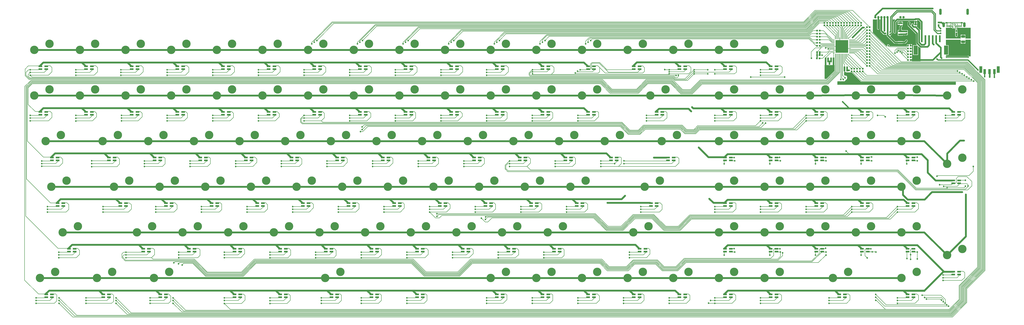
<source format=gtl>
G04*
G04 #@! TF.GenerationSoftware,Altium Limited,Altium Designer,18.1.7 (191)*
G04*
G04 Layer_Physical_Order=1*
G04 Layer_Color=255*
%FSLAX25Y25*%
%MOIN*%
G70*
G01*
G75*
%ADD12C,0.01000*%
%ADD14C,0.00600*%
%ADD15R,0.07087X0.14961*%
%ADD16R,0.03150X0.11417*%
%ADD17R,0.02559X0.02559*%
%ADD18R,0.06693X0.03150*%
%ADD19R,0.05906X0.03937*%
%ADD20R,0.01181X0.02756*%
%ADD21R,0.03937X0.02000*%
%ADD22R,0.01181X0.02000*%
%ADD23R,0.02559X0.02559*%
%ADD24R,0.04921X0.10630*%
%ADD25R,0.03937X0.07874*%
%ADD26R,0.02756X0.02913*%
%ADD27O,0.02913X0.00787*%
%ADD28O,0.00787X0.02913*%
%ADD29R,0.20669X0.20669*%
%ADD30R,0.05906X0.03150*%
%ADD55C,0.02000*%
%ADD56C,0.02500*%
%ADD57C,0.00800*%
%ADD58C,0.03000*%
%ADD59C,0.01500*%
%ADD60C,0.03937*%
%ADD61O,0.04331X0.10236*%
%ADD62O,0.04331X0.08268*%
%ADD63C,0.13780*%
%ADD64C,0.02700*%
%ADD65C,0.02000*%
%ADD66C,0.03000*%
G36*
X1567391Y459800D02*
X1559135Y459800D01*
X1558802Y460300D01*
Y462631D01*
X1554850D01*
X1550897D01*
Y460300D01*
X1550897Y460162D01*
X1550564Y459800D01*
X1526500Y459800D01*
X1526500Y477500D01*
X1536506Y477500D01*
X1536610Y476976D01*
X1536964Y476446D01*
X1537493Y476093D01*
X1538117Y475969D01*
X1538742Y476093D01*
X1539271Y476446D01*
X1539625Y476976D01*
X1539662Y477162D01*
X1540061Y477262D01*
X1540419Y476885D01*
X1540402Y476800D01*
X1540526Y476176D01*
X1540880Y475646D01*
X1541409Y475293D01*
X1542033Y475169D01*
X1542584Y475278D01*
X1543043Y475086D01*
X1543084Y475065D01*
Y474147D01*
X1542070D01*
Y470513D01*
X1542070Y470387D01*
Y470013D01*
X1542070Y469887D01*
Y468167D01*
X1542063Y468133D01*
Y464913D01*
X1541961Y464400D01*
X1542113Y463639D01*
X1542544Y462994D01*
X1543189Y462563D01*
X1543950Y462412D01*
X1544710Y462563D01*
X1545355Y462994D01*
X1545786Y463639D01*
X1545938Y464400D01*
X1545836Y464913D01*
Y468133D01*
X1545829Y468167D01*
Y469887D01*
X1545829Y470013D01*
Y470387D01*
X1545829Y470513D01*
Y474147D01*
X1544919D01*
Y477500D01*
X1567391Y477500D01*
Y459800D01*
D02*
G37*
G36*
Y430600D02*
X1564677D01*
X1564606Y430706D01*
X1563961Y431137D01*
X1563200Y431288D01*
X1562439Y431137D01*
X1562132Y430931D01*
X1528568D01*
X1528261Y431137D01*
X1527500Y431288D01*
X1527000Y431189D01*
X1526500Y431533D01*
Y432757D01*
X1531043D01*
Y448917D01*
X1526500D01*
Y457886D01*
X1550772Y457886D01*
X1550897Y457386D01*
Y454969D01*
X1554850D01*
X1558802D01*
Y457386D01*
X1558802Y457438D01*
X1558927Y457886D01*
X1567391Y457886D01*
Y430600D01*
D02*
G37*
G36*
X1443260Y490278D02*
X1441316Y488334D01*
X1440907Y487722D01*
X1440763Y487000D01*
Y470313D01*
X1440661Y469800D01*
X1440813Y469039D01*
X1441244Y468394D01*
X1441889Y467963D01*
X1442650Y467812D01*
X1443410Y467963D01*
X1444055Y468394D01*
X1444486Y469039D01*
X1444638Y469800D01*
X1444536Y470313D01*
Y486219D01*
X1447412Y489095D01*
X1474770D01*
Y488086D01*
X1479329D01*
Y489834D01*
X1481699D01*
X1485081Y486451D01*
Y474393D01*
X1484081Y474113D01*
X1483834Y474483D01*
X1478896Y479421D01*
Y480487D01*
X1479296D01*
Y482267D01*
X1477016D01*
X1474458D01*
X1473737Y481884D01*
X1473435Y482087D01*
X1473537Y482600D01*
X1473386Y483361D01*
X1472955Y484006D01*
X1472310Y484437D01*
X1471549Y484588D01*
X1470788Y484437D01*
X1470143Y484006D01*
X1469712Y483361D01*
X1469561Y482600D01*
X1469663Y482087D01*
Y481869D01*
X1468663Y481455D01*
X1467687Y482430D01*
Y485041D01*
X1467886Y485339D01*
X1468038Y486100D01*
X1467886Y486861D01*
X1467455Y487506D01*
X1466810Y487937D01*
X1466050Y488088D01*
X1465289Y487937D01*
X1464644Y487506D01*
X1464213Y486861D01*
X1464197Y486781D01*
X1464058Y486573D01*
X1463914Y485851D01*
Y481649D01*
X1464058Y480927D01*
X1464467Y480315D01*
X1477514Y467268D01*
Y452116D01*
X1477657Y451394D01*
X1478066Y450782D01*
X1479007Y449841D01*
X1478625Y448917D01*
X1472757D01*
Y432757D01*
X1481043D01*
Y446498D01*
X1481967Y446881D01*
X1483982Y444866D01*
X1484594Y444457D01*
X1485081Y444360D01*
Y422520D01*
X1470875D01*
Y423900D01*
X1468596D01*
Y424900D01*
X1470875D01*
Y426680D01*
X1470875D01*
Y426861D01*
X1470875D01*
Y428640D01*
X1468596D01*
Y429640D01*
X1470875D01*
Y431420D01*
X1470875D01*
Y431601D01*
X1470875D01*
Y433380D01*
X1468596D01*
Y434380D01*
X1470875D01*
Y436160D01*
X1470875D01*
Y436341D01*
X1470875D01*
Y438120D01*
X1468596D01*
Y439120D01*
X1470875D01*
Y440900D01*
X1470875D01*
Y441081D01*
X1470875D01*
Y442860D01*
X1468596D01*
Y443860D01*
X1470875D01*
Y445640D01*
X1470875D01*
Y445821D01*
X1470875D01*
Y447600D01*
X1468596D01*
Y448100D01*
X1468096D01*
Y450380D01*
X1466316D01*
Y449979D01*
X1462582D01*
Y447629D01*
X1461973Y447020D01*
X1434472D01*
X1433747Y447744D01*
X1433838Y448200D01*
X1433686Y448961D01*
X1433255Y449606D01*
X1432610Y450037D01*
X1431849Y450188D01*
X1431089Y450037D01*
X1430444Y449606D01*
X1430013Y448961D01*
X1429861Y448200D01*
X1430013Y447439D01*
X1429220Y446826D01*
X1406681Y469365D01*
X1406681Y491202D01*
X1413613D01*
Y476749D01*
X1413511Y476237D01*
X1413663Y475476D01*
X1414094Y474831D01*
X1414739Y474400D01*
X1415499Y474248D01*
X1416260Y474400D01*
X1416905Y474831D01*
X1417336Y475476D01*
X1417488Y476237D01*
X1417386Y476749D01*
Y491202D01*
X1418863D01*
Y472400D01*
X1419007Y471678D01*
X1419416Y471066D01*
X1423875Y466607D01*
X1424487Y466198D01*
X1425209Y466054D01*
X1426493D01*
X1426630Y465963D01*
X1427450Y465800D01*
X1428213Y465951D01*
X1428284Y465953D01*
X1429213Y465391D01*
Y464990D01*
X1429357Y464268D01*
X1429766Y463657D01*
X1441549Y451873D01*
X1442161Y451464D01*
X1442883Y451321D01*
X1447803D01*
Y451032D01*
X1455696D01*
Y451321D01*
X1459045D01*
X1459767Y451464D01*
X1460379Y451873D01*
X1462862Y454356D01*
X1463296Y454647D01*
X1463727Y455292D01*
X1463879Y456053D01*
X1463727Y456814D01*
X1463296Y457459D01*
X1462651Y457890D01*
X1461891Y458041D01*
X1461130Y457890D01*
X1460485Y457459D01*
X1460194Y457024D01*
X1458263Y455093D01*
X1455696D01*
Y455382D01*
X1447803D01*
Y455093D01*
X1443664D01*
X1435407Y463350D01*
X1435664Y464403D01*
X1435717Y464454D01*
X1436364Y464886D01*
X1436828Y465581D01*
X1436991Y466400D01*
X1436978Y466464D01*
X1438823Y468308D01*
X1439121Y468755D01*
X1439226Y469282D01*
Y491202D01*
X1442877D01*
X1443260Y490278D01*
D02*
G37*
G36*
X1334134Y416200D02*
X1334489Y415963D01*
X1335250Y415812D01*
X1336010Y415963D01*
X1336365Y416200D01*
X1343534Y416200D01*
Y406426D01*
X1330408Y393300D01*
X1327400D01*
X1327400Y416200D01*
X1334134Y416200D01*
D02*
G37*
G36*
X1360563Y404806D02*
X1362067D01*
X1362441Y404806D01*
X1362583Y404576D01*
X1362771Y404294D01*
X1363052Y404106D01*
X1363383Y404040D01*
X1369149Y404033D01*
X1369160Y404036D01*
X1369660Y403989D01*
X1369660Y403989D01*
X1369660Y403989D01*
X1371977D01*
X1386934Y389032D01*
X1387264Y388811D01*
X1387654Y388734D01*
X1543043D01*
Y383800D01*
X1348300D01*
Y388927D01*
X1348800Y389345D01*
X1359544Y389278D01*
X1359547Y389278D01*
X1359550Y389278D01*
X1359713Y389310D01*
X1359877Y389341D01*
X1359879Y389343D01*
X1359881Y389344D01*
X1360020Y389436D01*
X1360159Y389528D01*
X1360160Y389530D01*
X1360163Y389531D01*
X1363962Y393331D01*
X1364150Y393612D01*
X1364216Y393944D01*
Y397266D01*
X1364150Y397598D01*
X1363962Y397879D01*
X1363162Y398680D01*
X1362881Y398868D01*
X1362549Y398934D01*
X1360341D01*
X1359316Y399959D01*
Y404300D01*
X1359315Y404306D01*
X1359563Y404638D01*
Y407263D01*
X1360563D01*
Y404806D01*
D02*
G37*
%LPC*%
G36*
X1558802Y466099D02*
X1555350D01*
Y463631D01*
X1558802D01*
Y466099D01*
D02*
G37*
G36*
X1554350D02*
X1550897D01*
Y463631D01*
X1554350D01*
Y466099D01*
D02*
G37*
G36*
X1558802Y453969D02*
X1555350D01*
Y451501D01*
X1558802D01*
Y453969D01*
D02*
G37*
G36*
X1554350D02*
X1550897D01*
Y451501D01*
X1554350D01*
Y453969D01*
D02*
G37*
G36*
X1456065Y487586D02*
X1452219D01*
Y485511D01*
X1456065D01*
Y487586D01*
D02*
G37*
G36*
X1451219D02*
X1447372D01*
Y485511D01*
X1451219D01*
Y487586D01*
D02*
G37*
G36*
X1479329Y487086D02*
X1474770D01*
Y485307D01*
X1474770D01*
X1474737Y485046D01*
X1474737D01*
X1474737Y484320D01*
Y483267D01*
X1477016D01*
X1479296D01*
Y485046D01*
X1479296D01*
X1479329Y485307D01*
X1479329D01*
X1479329Y486033D01*
Y487086D01*
D02*
G37*
G36*
X1456065Y484512D02*
X1451719D01*
X1447372D01*
Y482437D01*
X1451078D01*
X1451550Y481437D01*
X1451507Y481371D01*
X1450385Y480250D01*
X1449976Y479638D01*
X1449833Y478916D01*
Y473801D01*
X1447772D01*
Y469755D01*
X1447772Y469451D01*
X1447803Y468464D01*
Y464418D01*
X1455696D01*
Y465025D01*
X1457698D01*
X1458210Y464923D01*
X1458723Y465025D01*
X1461474D01*
X1462196Y465168D01*
X1462778Y465557D01*
X1463879D01*
Y467403D01*
X1463886Y467437D01*
X1463879Y467471D01*
X1463879Y469316D01*
X1463879Y470317D01*
Y471537D01*
X1463886Y471571D01*
X1463879Y471605D01*
Y473450D01*
X1462034D01*
X1462000Y473457D01*
X1455665D01*
Y473801D01*
X1453605D01*
Y478135D01*
X1454174Y478704D01*
X1454609Y478994D01*
X1455040Y479639D01*
X1455191Y480400D01*
X1455040Y481161D01*
X1454855Y481437D01*
X1455328Y482437D01*
X1456065D01*
Y484512D01*
D02*
G37*
G36*
X1470875Y450380D02*
X1469096D01*
Y448600D01*
X1470875D01*
Y450380D01*
D02*
G37*
%LPD*%
D12*
X1551875Y485706D02*
X1552269Y486100D01*
X1527860D02*
X1528253Y485706D01*
X1551875Y480100D02*
Y485706D01*
X1528253Y480100D02*
Y485706D01*
D14*
X1539080Y486100D02*
X1539269Y485911D01*
X1538117Y477600D02*
Y480079D01*
X1542033Y476800D02*
Y480100D01*
X1544001Y472319D02*
Y480100D01*
X1543950Y472267D02*
X1544001Y472319D01*
X1541049Y484168D02*
Y485722D01*
Y484168D02*
X1542117Y483100D01*
X1539317Y482816D02*
Y485485D01*
Y482816D02*
X1542033Y480100D01*
X1539080Y485722D02*
X1539317Y485485D01*
X1541049Y485722D02*
Y486100D01*
X1538096Y480100D02*
X1538117Y480079D01*
X1537112Y485722D02*
Y486100D01*
Y483590D02*
Y485722D01*
Y483590D02*
X1537417Y483284D01*
D15*
X1476900Y440837D02*
D03*
X1526900D02*
D03*
D16*
X1487136Y459341D02*
D03*
X1493042D02*
D03*
X1498947D02*
D03*
X1504853D02*
D03*
X1510758D02*
D03*
X1516664D02*
D03*
D17*
X1477017Y478633D02*
D03*
Y482767D02*
D03*
X1477050Y491720D02*
D03*
Y487586D02*
D03*
X1514517Y486067D02*
D03*
Y481933D02*
D03*
X1543950Y472267D02*
D03*
Y468133D02*
D03*
X1462000Y467437D02*
D03*
Y471571D02*
D03*
X1389939Y405868D02*
D03*
Y410002D02*
D03*
X1385339Y405868D02*
D03*
Y410002D02*
D03*
X1380739Y405868D02*
D03*
Y410002D02*
D03*
X1376139Y405868D02*
D03*
Y410002D02*
D03*
X1371539Y405868D02*
D03*
Y410002D02*
D03*
X1387350Y485467D02*
D03*
Y481333D02*
D03*
X1382611Y485467D02*
D03*
Y481333D02*
D03*
X1377973Y485467D02*
D03*
Y481333D02*
D03*
X1373334Y485467D02*
D03*
Y481333D02*
D03*
X1368696Y485467D02*
D03*
Y481333D02*
D03*
X1364057Y485467D02*
D03*
Y481333D02*
D03*
X1359419Y485467D02*
D03*
Y481333D02*
D03*
X1354780Y485467D02*
D03*
Y481333D02*
D03*
X1350142Y485467D02*
D03*
Y481333D02*
D03*
X1345503Y485467D02*
D03*
Y481333D02*
D03*
X1340865Y485467D02*
D03*
Y481333D02*
D03*
X1336226Y485467D02*
D03*
Y481333D02*
D03*
X1331588Y485467D02*
D03*
Y481333D02*
D03*
X1326950Y485467D02*
D03*
Y481333D02*
D03*
D18*
X1451750Y453207D02*
D03*
Y466593D02*
D03*
X1451719Y485011D02*
D03*
Y471626D02*
D03*
D19*
X1554850Y454469D02*
D03*
Y463131D02*
D03*
D20*
X1551875Y480100D02*
D03*
X1549907D02*
D03*
X1547939D02*
D03*
X1545970D02*
D03*
X1544001D02*
D03*
X1542033D02*
D03*
X1538096D02*
D03*
X1536127D02*
D03*
X1534159D02*
D03*
X1532191D02*
D03*
X1530222D02*
D03*
X1528253D02*
D03*
D21*
X1527860Y485722D02*
D03*
X1552269D02*
D03*
D22*
X1531206D02*
D03*
X1533175D02*
D03*
X1535143D02*
D03*
X1537112D02*
D03*
X1539080D02*
D03*
X1541049D02*
D03*
X1543017D02*
D03*
X1544986D02*
D03*
X1546954D02*
D03*
X1548923D02*
D03*
D23*
X1464462Y448100D02*
D03*
X1468596D02*
D03*
X1464462Y443360D02*
D03*
X1468596D02*
D03*
X1464462Y438620D02*
D03*
X1468596D02*
D03*
X1464462Y433880D02*
D03*
X1468596D02*
D03*
X1464462Y429140D02*
D03*
X1468596D02*
D03*
X1464462Y424400D02*
D03*
X1468596D02*
D03*
X1314757Y427000D02*
D03*
X1318891D02*
D03*
X1319206Y437573D02*
D03*
X1315072D02*
D03*
X1397078Y414685D02*
D03*
X1401211D02*
D03*
X1397078Y419577D02*
D03*
X1401211D02*
D03*
X1397078Y424469D02*
D03*
X1401211D02*
D03*
X1397078Y429362D02*
D03*
X1401211D02*
D03*
X1397078Y434254D02*
D03*
X1401211D02*
D03*
X1397078Y439146D02*
D03*
X1401211D02*
D03*
X1397078Y444038D02*
D03*
X1401211D02*
D03*
X1397078Y448931D02*
D03*
X1401211D02*
D03*
X1397078Y453823D02*
D03*
X1401211D02*
D03*
X1315072Y447627D02*
D03*
X1319206D02*
D03*
X1397078Y458715D02*
D03*
X1401211D02*
D03*
X1315072Y452655D02*
D03*
X1319206D02*
D03*
X1397078Y463608D02*
D03*
X1401211D02*
D03*
X1315072Y457682D02*
D03*
X1319206D02*
D03*
X1397078Y468500D02*
D03*
X1401211D02*
D03*
X1315072Y462709D02*
D03*
X1319206D02*
D03*
X1397078Y473392D02*
D03*
X1401211D02*
D03*
X1315072Y467736D02*
D03*
X1319206D02*
D03*
X1397078Y478285D02*
D03*
X1401211D02*
D03*
X1315072Y472764D02*
D03*
X1319206D02*
D03*
D24*
X1584054Y408746D02*
D03*
X1612598D02*
D03*
D25*
X1590452Y405400D02*
D03*
X1598326D02*
D03*
X1606200D02*
D03*
D26*
X1360063Y407263D02*
D03*
X1364236D02*
D03*
X1360063Y412600D02*
D03*
X1364236D02*
D03*
X1342029Y426990D02*
D03*
X1337856D02*
D03*
X1342029Y421964D02*
D03*
X1337856D02*
D03*
X1328943Y421959D02*
D03*
X1333117D02*
D03*
X1328943Y426985D02*
D03*
X1333117D02*
D03*
X1319029Y432349D02*
D03*
X1314856D02*
D03*
D27*
X1342212Y457724D02*
D03*
Y456149D02*
D03*
Y454574D02*
D03*
Y452999D02*
D03*
Y451424D02*
D03*
Y449850D02*
D03*
Y448275D02*
D03*
Y446700D02*
D03*
Y445125D02*
D03*
Y443550D02*
D03*
Y441976D02*
D03*
Y440401D02*
D03*
Y438826D02*
D03*
Y437251D02*
D03*
Y435676D02*
D03*
X1368944D02*
D03*
Y437251D02*
D03*
Y438826D02*
D03*
Y440401D02*
D03*
Y441976D02*
D03*
Y443550D02*
D03*
Y445125D02*
D03*
Y446700D02*
D03*
Y448275D02*
D03*
Y449850D02*
D03*
Y451424D02*
D03*
Y452999D02*
D03*
Y454574D02*
D03*
Y456149D02*
D03*
Y457724D02*
D03*
D28*
X1344554Y433334D02*
D03*
X1346129D02*
D03*
X1347704D02*
D03*
X1349278D02*
D03*
X1350853D02*
D03*
X1352428D02*
D03*
X1354003D02*
D03*
X1355578D02*
D03*
X1357152D02*
D03*
X1358727D02*
D03*
X1360302D02*
D03*
X1361877D02*
D03*
X1363452D02*
D03*
X1365026D02*
D03*
X1366601D02*
D03*
Y460066D02*
D03*
X1365026D02*
D03*
X1363452D02*
D03*
X1361877D02*
D03*
X1360302D02*
D03*
X1358727D02*
D03*
X1357152D02*
D03*
X1355578D02*
D03*
X1354003D02*
D03*
X1352428D02*
D03*
X1350853D02*
D03*
X1349278D02*
D03*
X1347704D02*
D03*
X1346129D02*
D03*
X1344554D02*
D03*
D29*
X1355578Y446700D02*
D03*
D30*
X1060724Y334310D02*
D03*
X1051276D02*
D03*
X1060724Y339035D02*
D03*
X1051276D02*
D03*
X1351276Y39035D02*
D03*
X1360724D02*
D03*
X1351276Y34310D02*
D03*
X1360724D02*
D03*
X1023425Y114035D02*
D03*
X1032874D02*
D03*
X1023425Y109310D02*
D03*
X1032874D02*
D03*
X357576Y39011D02*
D03*
X367024D02*
D03*
X357576Y34287D02*
D03*
X367024D02*
D03*
X442024D02*
D03*
X432576D02*
D03*
X442024Y39011D02*
D03*
X432576D02*
D03*
X582576D02*
D03*
X592024D02*
D03*
X582576Y34287D02*
D03*
X592024D02*
D03*
X667024D02*
D03*
X657576D02*
D03*
X667024Y39011D02*
D03*
X657576D02*
D03*
X516901Y39035D02*
D03*
X526349D02*
D03*
X516901Y34310D02*
D03*
X526349D02*
D03*
X1538776Y226535D02*
D03*
X1548224D02*
D03*
X1538776Y221810D02*
D03*
X1548224D02*
D03*
X1538776Y76535D02*
D03*
X1548224D02*
D03*
X1538776Y71810D02*
D03*
X1548224D02*
D03*
X1051349Y184310D02*
D03*
X1041901D02*
D03*
X1051349Y189035D02*
D03*
X1041901D02*
D03*
X95138Y109310D02*
D03*
X85689D02*
D03*
X95138Y114035D02*
D03*
X85689D02*
D03*
X76349Y184310D02*
D03*
X66900D02*
D03*
X76349Y189035D02*
D03*
X66900D02*
D03*
X66974Y259310D02*
D03*
X57525D02*
D03*
X66974Y264035D02*
D03*
X57525D02*
D03*
X1079474Y259310D02*
D03*
X1070026D02*
D03*
X1079474Y264035D02*
D03*
X1070026D02*
D03*
X57637Y34310D02*
D03*
X48188D02*
D03*
X57637Y39035D02*
D03*
X48188D02*
D03*
X141938D02*
D03*
X151387D02*
D03*
X141938Y34310D02*
D03*
X151387D02*
D03*
X245137D02*
D03*
X235688D02*
D03*
X245137Y39035D02*
D03*
X235688D02*
D03*
X48224Y409310D02*
D03*
X38776D02*
D03*
X48224Y414035D02*
D03*
X38776D02*
D03*
X123224Y409310D02*
D03*
X113776D02*
D03*
X123224Y414035D02*
D03*
X113776D02*
D03*
X198224Y409310D02*
D03*
X188776D02*
D03*
X198224Y414035D02*
D03*
X188776D02*
D03*
X273224Y409310D02*
D03*
X263776D02*
D03*
X273224Y414035D02*
D03*
X263776D02*
D03*
X348224Y409310D02*
D03*
X338776D02*
D03*
X348224Y414035D02*
D03*
X338776D02*
D03*
X423224Y409310D02*
D03*
X413776D02*
D03*
X423224Y414035D02*
D03*
X413776D02*
D03*
X498224Y409310D02*
D03*
X488776D02*
D03*
X498224Y414035D02*
D03*
X488776D02*
D03*
X573224Y409310D02*
D03*
X563776D02*
D03*
X573224Y414035D02*
D03*
X563776D02*
D03*
X648224Y409310D02*
D03*
X638776D02*
D03*
X648224Y414035D02*
D03*
X638776D02*
D03*
X723224Y409310D02*
D03*
X713776D02*
D03*
X723224Y414035D02*
D03*
X713776D02*
D03*
X798224Y409310D02*
D03*
X788776D02*
D03*
X798224Y414035D02*
D03*
X788776D02*
D03*
X873224Y409310D02*
D03*
X863776D02*
D03*
X873224Y414035D02*
D03*
X863776D02*
D03*
X948224Y409310D02*
D03*
X938776D02*
D03*
X948224Y414035D02*
D03*
X938776D02*
D03*
X1023224Y409310D02*
D03*
X1013776D02*
D03*
X1023224Y414035D02*
D03*
X1013776D02*
D03*
X1098224Y409310D02*
D03*
X1088776D02*
D03*
X1098224Y414035D02*
D03*
X1088776D02*
D03*
X1173224Y409310D02*
D03*
X1163776D02*
D03*
X1173224Y414035D02*
D03*
X1163776D02*
D03*
X1248224Y409310D02*
D03*
X1238776D02*
D03*
X1248224Y414035D02*
D03*
X1238776D02*
D03*
X48224Y334310D02*
D03*
X38776D02*
D03*
X48224Y339035D02*
D03*
X38776D02*
D03*
X123224Y334310D02*
D03*
X113776D02*
D03*
X123224Y339035D02*
D03*
X113776D02*
D03*
X198224Y334310D02*
D03*
X188776D02*
D03*
X198224Y339035D02*
D03*
X188776D02*
D03*
X273224Y334310D02*
D03*
X263776D02*
D03*
X273224Y339035D02*
D03*
X263776D02*
D03*
X348224Y334310D02*
D03*
X338776D02*
D03*
X348224Y339035D02*
D03*
X338776D02*
D03*
X423224Y334310D02*
D03*
X413776D02*
D03*
X423224Y339035D02*
D03*
X413776D02*
D03*
X498224Y334310D02*
D03*
X488776D02*
D03*
X498224Y339035D02*
D03*
X488776D02*
D03*
X573224Y334310D02*
D03*
X563776D02*
D03*
X573224Y339035D02*
D03*
X563776D02*
D03*
X648224Y334310D02*
D03*
X638776D02*
D03*
X648224Y339035D02*
D03*
X638776D02*
D03*
X723224Y334310D02*
D03*
X713776D02*
D03*
X723224Y339035D02*
D03*
X713776D02*
D03*
X798224Y334310D02*
D03*
X788776D02*
D03*
X798224Y339035D02*
D03*
X788776D02*
D03*
X873224Y334310D02*
D03*
X863776D02*
D03*
X873224Y339035D02*
D03*
X863776D02*
D03*
X948224Y334310D02*
D03*
X938776D02*
D03*
X948224Y339035D02*
D03*
X938776D02*
D03*
X1173224Y334310D02*
D03*
X1163776D02*
D03*
X1173224Y339035D02*
D03*
X1163776D02*
D03*
X1248224Y334310D02*
D03*
X1238776D02*
D03*
X1248224Y339035D02*
D03*
X1238776D02*
D03*
X1323224Y334310D02*
D03*
X1313776D02*
D03*
X1323224Y339035D02*
D03*
X1313776D02*
D03*
X1398224Y334310D02*
D03*
X1388776D02*
D03*
X1398224Y339035D02*
D03*
X1388776D02*
D03*
X1473224Y334310D02*
D03*
X1463776D02*
D03*
X1473224Y339035D02*
D03*
X1463776D02*
D03*
X1548224Y334310D02*
D03*
X1538776D02*
D03*
X1548224Y339035D02*
D03*
X1538776D02*
D03*
X160724Y259310D02*
D03*
X151276D02*
D03*
X160724Y264035D02*
D03*
X151276D02*
D03*
X235724Y259310D02*
D03*
X226276D02*
D03*
X235724Y264035D02*
D03*
X226276D02*
D03*
X310724Y259310D02*
D03*
X301276D02*
D03*
X310724Y264035D02*
D03*
X301276D02*
D03*
X385724Y259310D02*
D03*
X376276D02*
D03*
X385724Y264035D02*
D03*
X376276D02*
D03*
X460724Y259310D02*
D03*
X451276D02*
D03*
X460724Y264035D02*
D03*
X451276D02*
D03*
X535724Y259310D02*
D03*
X526276D02*
D03*
X535724Y264035D02*
D03*
X526276D02*
D03*
X610724Y259310D02*
D03*
X601276D02*
D03*
X610724Y264035D02*
D03*
X601276D02*
D03*
X685724Y259310D02*
D03*
X676276D02*
D03*
X685724Y264035D02*
D03*
X676276D02*
D03*
X760724Y259310D02*
D03*
X751276D02*
D03*
X760724Y264035D02*
D03*
X751276D02*
D03*
X835724Y259310D02*
D03*
X826276D02*
D03*
X835724Y264035D02*
D03*
X826276D02*
D03*
X910724Y259310D02*
D03*
X901276D02*
D03*
X910724Y264035D02*
D03*
X901276D02*
D03*
X985724Y259310D02*
D03*
X976276D02*
D03*
X985724Y264035D02*
D03*
X976276D02*
D03*
X1173224Y259310D02*
D03*
X1163776D02*
D03*
X1173224Y264035D02*
D03*
X1163776D02*
D03*
X1248224Y259310D02*
D03*
X1238776D02*
D03*
X1248224Y264035D02*
D03*
X1238776D02*
D03*
X1323224Y259310D02*
D03*
X1313776D02*
D03*
X1323224Y264035D02*
D03*
X1313776D02*
D03*
X1398224Y259310D02*
D03*
X1388776D02*
D03*
X1398224Y264035D02*
D03*
X1388776D02*
D03*
X1473224Y259310D02*
D03*
X1463776D02*
D03*
X1473224Y264035D02*
D03*
X1463776D02*
D03*
X179474Y184310D02*
D03*
X170026D02*
D03*
X179474Y189035D02*
D03*
X170026D02*
D03*
X254474Y184310D02*
D03*
X245026D02*
D03*
X254474Y189035D02*
D03*
X245026D02*
D03*
X479474Y184310D02*
D03*
X470026D02*
D03*
X479474Y189035D02*
D03*
X470026D02*
D03*
X554474Y184310D02*
D03*
X545026D02*
D03*
X554474Y189035D02*
D03*
X545026D02*
D03*
X629474Y184310D02*
D03*
X620026D02*
D03*
X629474Y189035D02*
D03*
X620026D02*
D03*
X704474Y184310D02*
D03*
X695026D02*
D03*
X704474Y189035D02*
D03*
X695026D02*
D03*
X779474Y184310D02*
D03*
X770026D02*
D03*
X779474Y189035D02*
D03*
X770026D02*
D03*
X854474Y184310D02*
D03*
X845026D02*
D03*
X854474Y189035D02*
D03*
X845026D02*
D03*
X929474Y184310D02*
D03*
X920026D02*
D03*
X929474Y189035D02*
D03*
X920026D02*
D03*
X1173224Y184310D02*
D03*
X1163776D02*
D03*
X1173224Y189035D02*
D03*
X1163776D02*
D03*
X1248224Y184310D02*
D03*
X1238776D02*
D03*
X1248224Y189035D02*
D03*
X1238776D02*
D03*
X1323224Y184310D02*
D03*
X1313776D02*
D03*
X1323224Y189035D02*
D03*
X1313776D02*
D03*
X1398224Y184310D02*
D03*
X1388776D02*
D03*
X1398224Y189035D02*
D03*
X1388776D02*
D03*
X1473224Y184310D02*
D03*
X1463776D02*
D03*
X1473224Y189035D02*
D03*
X1463776D02*
D03*
X329474Y184310D02*
D03*
X320026D02*
D03*
X329474Y189035D02*
D03*
X320026D02*
D03*
X404474Y184310D02*
D03*
X395026D02*
D03*
X404474Y189035D02*
D03*
X395026D02*
D03*
X217024Y109310D02*
D03*
X207576D02*
D03*
X217024Y114035D02*
D03*
X207576D02*
D03*
X292024Y109310D02*
D03*
X282576D02*
D03*
X292024Y114035D02*
D03*
X282576D02*
D03*
X367024Y109310D02*
D03*
X357576D02*
D03*
X367024Y114035D02*
D03*
X357576D02*
D03*
X442024Y109310D02*
D03*
X432576D02*
D03*
X442024Y114035D02*
D03*
X432576D02*
D03*
X517024Y109310D02*
D03*
X507576D02*
D03*
X517024Y114035D02*
D03*
X507576D02*
D03*
X592024Y109310D02*
D03*
X582576D02*
D03*
X592024Y114035D02*
D03*
X582576D02*
D03*
X667024Y109310D02*
D03*
X657576D02*
D03*
X667024Y114035D02*
D03*
X657576D02*
D03*
X742024Y109310D02*
D03*
X732576D02*
D03*
X742024Y114035D02*
D03*
X732576D02*
D03*
X817024Y109310D02*
D03*
X807576D02*
D03*
X817024Y114035D02*
D03*
X807576D02*
D03*
X892024Y109310D02*
D03*
X882576D02*
D03*
X892024Y114035D02*
D03*
X882576D02*
D03*
X1173224Y109310D02*
D03*
X1163776D02*
D03*
X1173224Y114035D02*
D03*
X1163776D02*
D03*
X1248224Y109310D02*
D03*
X1238776D02*
D03*
X1248224Y114035D02*
D03*
X1238776D02*
D03*
X1323224Y109310D02*
D03*
X1313776D02*
D03*
X1323224Y114035D02*
D03*
X1313776D02*
D03*
X1398224Y109310D02*
D03*
X1388776D02*
D03*
X1398224Y114035D02*
D03*
X1388776D02*
D03*
X1473224Y109310D02*
D03*
X1463776D02*
D03*
X1473224Y114035D02*
D03*
X1463776D02*
D03*
X798224Y34310D02*
D03*
X788776D02*
D03*
X798224Y39035D02*
D03*
X788776D02*
D03*
X948224Y34310D02*
D03*
X938776D02*
D03*
X948224Y39035D02*
D03*
X938776D02*
D03*
X1023224Y34310D02*
D03*
X1013776D02*
D03*
X1023224Y39035D02*
D03*
X1013776D02*
D03*
X1098224Y34310D02*
D03*
X1088776D02*
D03*
X1098224Y39035D02*
D03*
X1088776D02*
D03*
X1173224Y34310D02*
D03*
X1163776D02*
D03*
X1173224Y39035D02*
D03*
X1163776D02*
D03*
X1248224Y34310D02*
D03*
X1238776D02*
D03*
X1248224Y39035D02*
D03*
X1238776D02*
D03*
X1473224Y34310D02*
D03*
X1463776D02*
D03*
X1473224Y39035D02*
D03*
X1463776D02*
D03*
X873224Y34310D02*
D03*
X863776D02*
D03*
X873224Y39035D02*
D03*
X863776D02*
D03*
D55*
X1527500Y429300D02*
X1563200D01*
X1513550Y424300D02*
X1563123D01*
X1511850Y426000D02*
X1513550Y424300D01*
X1606200Y396300D02*
Y405400D01*
Y396300D02*
X1606300Y396200D01*
X1590452Y396971D02*
Y405400D01*
X1563123Y424300D02*
X1579323Y408100D01*
X1314757Y427000D02*
X1314856Y427098D01*
Y432349D01*
X1514517Y479600D02*
X1517917Y476200D01*
X1514517Y479600D02*
Y481933D01*
X1314856Y432349D02*
X1315072Y432565D01*
Y437573D01*
X1357100Y355800D02*
X1367700Y345200D01*
D56*
X1518300Y428663D02*
X1519500Y427463D01*
X1518300Y428663D02*
Y437225D01*
X1538751Y433151D02*
Y434400D01*
X1504853Y451547D02*
X1506700Y449700D01*
X1504853Y451547D02*
Y459341D01*
X1473567Y478633D02*
X1477017D01*
X1471549Y480651D02*
X1473567Y478633D01*
X1471549Y480651D02*
Y482600D01*
X1498947Y448647D02*
Y459341D01*
X1496500Y446200D02*
X1498947Y448647D01*
X1485316Y446200D02*
X1496500D01*
X1479400Y452116D02*
X1485316Y446200D01*
X1479400Y452116D02*
Y468049D01*
X1465801Y481649D02*
X1479400Y468049D01*
X1493042Y451442D02*
Y459341D01*
X1490900Y449300D02*
X1493042Y451442D01*
X1486600Y449300D02*
X1490900D01*
X1482500Y453400D02*
X1486600Y449300D01*
X1482500Y453400D02*
Y473149D01*
X1477017Y478633D02*
X1482500Y473149D01*
X1487136Y459341D02*
Y487064D01*
X1482480Y491720D02*
X1487136Y487064D01*
X1477050Y491720D02*
X1482480D01*
X1510758Y452242D02*
Y459341D01*
Y452242D02*
X1518300Y444700D01*
Y437225D02*
Y444700D01*
X1505375Y424300D02*
X1518300Y437225D01*
X1468596Y424400D02*
X1468696Y424300D01*
X1505375D01*
X1458210Y466911D02*
X1461474D01*
X1462000Y467437D01*
X1451719Y471626D02*
X1451774Y471571D01*
X1462000D01*
X1598600Y396495D02*
Y405274D01*
X1598400Y405474D02*
X1598600Y405274D01*
X1598326Y405400D02*
X1598400Y405474D01*
X1539100Y386500D02*
X1539146D01*
X1538300Y432700D02*
X1538751Y433151D01*
X1410750Y497300D02*
X1422550Y509100D01*
X1410750Y494800D02*
Y497300D01*
X1422550Y509100D02*
X1505050D01*
X1431100Y464990D02*
Y494450D01*
X1430750Y494800D02*
X1431100Y494450D01*
X1425749Y472300D02*
Y494800D01*
X1420749Y472400D02*
Y494800D01*
X1415499Y476237D02*
Y494550D01*
X1415749Y494800D01*
X1420749Y472400D02*
X1425209Y467941D01*
X1427450D01*
X1364897Y407300D02*
X1367650D01*
X1360063Y407263D02*
Y412600D01*
X1364236Y407263D02*
Y412600D01*
X1328943Y396600D02*
Y421959D01*
X1335361D02*
X1337851D01*
X1333117D02*
X1335361D01*
X1333117D02*
Y426985D01*
X1335250Y417800D02*
Y421848D01*
X1335361Y421959D01*
X1337851D02*
X1337856Y421964D01*
X1342029Y414279D02*
Y421964D01*
Y426990D01*
X1328943Y421959D02*
Y426985D01*
X1337856Y421964D02*
Y426990D01*
X1476311Y490981D02*
X1477050Y491720D01*
X1446631Y490981D02*
X1476311D01*
X1442650Y487000D02*
X1446631Y490981D01*
X1442650Y469800D02*
Y487000D01*
X1451750Y466593D02*
X1452068Y466911D01*
X1458210D01*
X1465801Y485851D02*
X1466050Y486100D01*
X1465801Y481649D02*
Y485851D01*
X1451750Y453207D02*
X1459045D01*
X1442883D02*
X1451750D01*
X1459045D02*
X1461891Y456053D01*
X1431100Y464990D02*
X1442883Y453207D01*
X1451719Y471626D02*
Y478916D01*
X1453203Y480400D01*
X1477017Y487553D02*
X1477050Y487586D01*
X1477017Y482767D02*
Y487553D01*
X1451850Y494400D02*
Y494800D01*
X1543950Y464400D02*
Y468133D01*
X1319180Y432500D02*
X1319206Y432526D01*
Y437573D01*
X1389550Y477700D02*
X1391850D01*
X1373450Y461600D02*
X1389550Y477700D01*
X1519574Y486067D02*
X1523049Y482592D01*
X1514517Y486067D02*
X1519574D01*
D57*
X1561842Y421500D02*
X1591100Y392242D01*
X1453104Y421500D02*
X1561842D01*
X1561262Y420100D02*
X1589700Y391662D01*
X1449611Y420100D02*
X1561262D01*
X1560682Y418700D02*
X1588300Y391083D01*
X1446119Y418700D02*
X1560682D01*
X1560103Y417300D02*
X1586900Y390503D01*
X1442627Y417300D02*
X1560103D01*
X1559523Y415900D02*
X1585500Y389923D01*
X1439135Y415900D02*
X1559523D01*
X1558943Y414500D02*
X1584100Y389343D01*
X1435642Y414500D02*
X1558943D01*
X1558363Y413100D02*
X1582700Y388763D01*
X1432150Y413100D02*
X1558363D01*
X1557783Y411700D02*
X1581300Y388183D01*
X1428658Y411700D02*
X1557783D01*
X1557203Y410300D02*
X1579900Y387603D01*
X1425165Y410300D02*
X1557203D01*
X1556623Y408900D02*
X1578500Y387023D01*
X1421673Y408900D02*
X1556623D01*
X1446955Y444100D02*
X1463722D01*
X1464462Y443360D01*
X1447850Y442500D02*
X1460582D01*
X1464462Y438620D01*
X1448716Y439933D02*
X1449100Y440317D01*
X1458025D01*
X1464462Y433880D01*
X1451583Y437967D02*
X1451966Y438350D01*
X1455423D01*
X1464462Y429311D01*
Y429140D02*
Y429311D01*
X1454449Y434413D02*
X1464462Y424400D01*
X1454449Y434413D02*
Y436000D01*
X1434050Y446000D02*
X1462395D01*
X1464462Y448067D01*
Y448100D01*
X1419159Y406521D02*
X1545621D01*
X1401211Y424469D02*
X1419159Y406521D01*
X1416689Y404100D02*
X1548600D01*
X1414166Y401730D02*
X1553286D01*
X1396608Y399200D02*
X1555850D01*
X1394408Y396800D02*
X1559600D01*
X1392064Y394544D02*
X1564782D01*
X1389859Y392148D02*
X1568615D01*
X1387654Y389753D02*
X1572447D01*
X1371539Y405868D02*
X1387654Y389753D01*
X1401211Y429362D02*
X1421673Y408900D01*
X1401211Y434254D02*
X1425165Y410300D01*
X1401211Y439146D02*
X1428658Y411700D01*
X1401211Y444038D02*
X1432150Y413100D01*
X1401211Y448931D02*
X1435642Y414500D01*
X1401211Y453823D02*
X1439135Y415900D01*
X1401211Y458715D02*
X1442627Y417300D01*
X1401211Y463608D02*
X1446119Y418700D01*
X1401211Y468500D02*
X1449611Y420100D01*
X1401211Y473392D02*
X1453104Y421500D01*
X1385339Y405868D02*
X1394408Y396800D01*
X1559600D02*
X1559800Y397000D01*
X1376139Y405868D02*
X1389859Y392148D01*
X1401211Y414685D02*
X1414166Y401730D01*
X1401211Y419577D02*
X1416689Y404100D01*
X1173224Y264600D02*
X1174306D01*
X1170308Y404500D02*
X1174405Y408598D01*
X72980Y179048D02*
X77530Y183598D01*
X91769Y104048D02*
X96319Y108598D01*
X44855Y404048D02*
X49406Y408598D01*
X44855Y329048D02*
X49406Y333598D01*
X63605Y254048D02*
X68155Y258598D01*
X54268Y29048D02*
X58818Y33598D01*
X97100Y324498D02*
X124298D01*
X1244855Y404048D02*
X1249405Y408598D01*
X157308Y254000D02*
X161906Y258598D01*
X119855Y329048D02*
X124406Y333598D01*
X176105Y179048D02*
X180656Y183598D01*
X119855Y404048D02*
X124406Y408598D01*
X97100Y329048D02*
X119855D01*
X213655Y104048D02*
X218205Y108598D01*
X148018Y29048D02*
X152568Y33598D01*
X97100Y333598D02*
X112594D01*
X1322501Y108598D02*
X1324405D01*
X288655Y104048D02*
X293205Y108598D01*
X232355Y254048D02*
X236906Y258598D01*
X194855Y329048D02*
X199406Y333598D01*
X194855Y404048D02*
X199406Y408598D01*
X251105Y179048D02*
X255656Y183598D01*
X241768Y29048D02*
X246318Y33598D01*
X363655Y104048D02*
X368205Y108598D01*
X363558Y28950D02*
X368205Y33598D01*
X269855Y404048D02*
X274406Y408598D01*
X269855Y329048D02*
X274406Y333598D01*
X307355Y254048D02*
X311906Y258598D01*
X326105Y179048D02*
X330656Y183598D01*
X1527648Y22148D02*
X1528200Y22700D01*
X1180200Y414700D02*
X1182600Y412300D01*
X1174405Y414700D02*
X1180200D01*
X1179400Y401700D02*
X1182600Y404900D01*
Y412300D01*
X1147100Y401700D02*
X1179400D01*
X1113000Y408598D02*
X1135289D01*
X1097902Y393500D02*
X1113000Y408598D01*
X1082347Y393500D02*
X1097902D01*
X1079347Y396500D02*
X1082347Y393500D01*
X1591100Y78481D02*
Y392242D01*
X1173224Y264035D02*
X1178500D01*
X1561000Y48381D02*
X1591100Y78481D01*
X1537219Y1900D02*
X1561000Y25681D01*
Y48381D01*
X1174605Y114300D02*
X1178700D01*
X91885Y1900D02*
X1537219D01*
X1174306Y264600D02*
X1174405Y264700D01*
X85300Y178800D02*
Y186800D01*
X1174306Y114600D02*
X1174605Y114300D01*
X103000Y104700D02*
Y111600D01*
X99900Y114700D02*
X103000Y111600D01*
X96319Y114700D02*
X99900D01*
X97798Y99498D02*
X103000Y104700D01*
X57700Y405200D02*
Y412100D01*
X54800Y415000D02*
X57700Y412100D01*
X54800Y340000D02*
X57700Y337100D01*
X51998Y399498D02*
X57700Y405200D01*
X49705Y415000D02*
X54800D01*
X22100Y399498D02*
X51998D01*
X25098Y396500D02*
X1079347D01*
X49705Y340000D02*
X54800D01*
X72000Y264700D02*
X75200Y261500D01*
X68155Y264700D02*
X72000D01*
X70000Y249800D02*
X75200Y255000D01*
Y261500D01*
X51998Y324498D02*
X57700Y330200D01*
Y337100D01*
X40850Y249800D02*
X70000D01*
X22100Y399498D02*
X25098Y396500D01*
X49406Y339700D02*
X49705Y340000D01*
X22100Y324498D02*
X51998D01*
X77530Y189700D02*
X82400D01*
X80998Y174498D02*
X85300Y178800D01*
X82400Y189700D02*
X85300Y186800D01*
X50225Y174498D02*
X80998D01*
X69014Y99498D02*
X97798D01*
X65500Y28400D02*
Y38300D01*
X69288Y24498D02*
X91885Y1900D01*
X64100Y39700D02*
X65500Y38300D01*
X58818Y39700D02*
X64100D01*
X61598Y24498D02*
X65500Y28400D01*
X31513Y24498D02*
X61598D01*
X1174708Y258900D02*
X1179700D01*
X1113700Y404500D02*
X1170308D01*
X1113000Y405200D02*
X1113700Y404500D01*
X1099900Y392100D02*
X1113000Y405200D01*
X1081767Y392100D02*
X1099900D01*
X1078767Y395100D02*
X1081767Y392100D01*
X1589700Y79061D02*
Y391662D01*
X1559600Y48961D02*
X1589700Y79061D01*
X1559600Y26261D02*
Y48961D01*
X1536639Y3300D02*
X1559600Y26261D01*
X95035Y3300D02*
X1536639D01*
X1174405Y258598D02*
X1174708Y258900D01*
Y108900D02*
X1179700D01*
X21180Y395100D02*
X1078767D01*
X22100Y404048D02*
X44855D01*
X22100Y329048D02*
X44855D01*
X40850Y254048D02*
X63605D01*
X18640Y400588D02*
X22100Y404048D01*
X18640Y397640D02*
X21180Y395100D01*
X18640Y397640D02*
Y400588D01*
X69014Y104048D02*
X91769D01*
X50225Y179048D02*
X72980D01*
X69288Y29048D02*
X95035Y3300D01*
X31513Y29048D02*
X54268D01*
X1147100Y408598D02*
X1162595D01*
X1113000Y401700D02*
X1135289D01*
X1102000Y390700D02*
X1113000Y401700D01*
X1081187Y390700D02*
X1102000D01*
X1588300Y79641D02*
Y391083D01*
X1558200Y49541D02*
X1588300Y79641D01*
X1558200Y26841D02*
Y49541D01*
X1536059Y4700D02*
X1558200Y26841D01*
X1162197Y258200D02*
X1162595Y258598D01*
X1162197Y258200D02*
X1162400Y257997D01*
Y253800D02*
Y257997D01*
Y103800D02*
Y107997D01*
X22100Y408598D02*
X37595D01*
X1078187Y393700D02*
X1081187Y390700D01*
X20600Y393700D02*
X1078187D01*
X22100Y333598D02*
X37595D01*
X40850Y258598D02*
X56344D01*
X19298Y408598D02*
X22100D01*
X14900Y404200D02*
X19298Y408598D01*
X14900Y399400D02*
Y404200D01*
Y399400D02*
X20600Y393700D01*
X69014Y108598D02*
X84508D01*
X69288Y33598D02*
X98185Y4700D01*
X1536059D01*
X50225Y183598D02*
X65719D01*
X31513Y33598D02*
X47007D01*
X1249405Y414700D02*
X1255200D01*
X1257600Y404300D02*
Y412300D01*
X1255200Y414700D02*
X1257600Y412300D01*
X1252798Y399498D02*
X1257600Y404300D01*
X1252835Y264035D02*
X1253400Y264600D01*
X1222100Y399498D02*
X1252798D01*
X1248224Y264035D02*
X1252835D01*
X1248259Y114000D02*
X1254100D01*
X1248224Y114035D02*
X1248259Y114000D01*
X1586900Y80221D02*
Y390503D01*
X1244635Y114035D02*
X1248224D01*
X1243500Y112900D02*
X1244635Y114035D01*
X1556800Y50121D02*
X1586900Y80221D01*
X1243500Y103000D02*
Y112900D01*
X1535479Y6100D02*
X1556800Y27421D01*
Y50121D01*
X1238900Y98400D02*
X1243500Y103000D01*
X1096700Y98400D02*
X1238900D01*
X1083101Y84800D02*
X1096700Y98400D01*
X1063500Y84800D02*
X1083101D01*
X961199Y97000D02*
X973299Y84900D01*
X745820Y97000D02*
X961199D01*
X724820Y76000D02*
X745820Y97000D01*
X651180D02*
X672180Y76000D01*
X226300Y104600D02*
Y112300D01*
X223900Y114700D02*
X226300Y112300D01*
X390260Y97000D02*
X651180D01*
X291799D02*
X313099Y75700D01*
X1012500Y95700D02*
X1052600D01*
X973299Y84900D02*
X1001700D01*
X1052600Y95700D02*
X1063500Y84800D01*
X1001700Y84900D02*
X1012500Y95700D01*
X672180Y76000D02*
X724820D01*
X223695Y97000D02*
X291799D01*
X368960Y75700D02*
X390260Y97000D01*
X313099Y75700D02*
X368960D01*
X161906Y264700D02*
X165500D01*
X132700Y405200D02*
Y412100D01*
X168700Y253300D02*
Y261500D01*
X165500Y264700D02*
X168700Y261500D01*
X126998Y399498D02*
X132700Y405200D01*
X129800Y415000D02*
X132700Y412100D01*
X124298Y324498D02*
X131000Y331200D01*
Y336700D01*
X180755Y189600D02*
X184900D01*
X180656Y189700D02*
X180755Y189600D01*
X184900D02*
X188200Y186300D01*
X164500Y249100D02*
X168700Y253300D01*
X122871Y249100D02*
X164500D01*
X124706Y415000D02*
X129800D01*
X97100Y399498D02*
X126998D01*
X124406Y339700D02*
X128000D01*
X131000Y336700D01*
X183198Y174498D02*
X188200Y179500D01*
X218205Y114700D02*
X223900D01*
X188200Y179500D02*
Y186300D01*
X221198Y99498D02*
X226300Y104600D01*
X141621Y174498D02*
X183198D01*
X221198Y99498D02*
X223695Y97000D01*
X179171Y99498D02*
X221198D01*
X181435Y6100D02*
X1535479D01*
X163038Y24498D02*
X181435Y6100D01*
X152768Y39900D02*
X156700D01*
X158900Y37700D01*
Y27600D02*
Y37700D01*
X152568Y39700D02*
X152768Y39900D01*
X155798Y24498D02*
X158900Y27600D01*
X113534Y24498D02*
X155798D01*
X1249708Y258900D02*
X1254700D01*
X1222100Y404048D02*
X1244855D01*
X1585500Y80800D02*
Y389923D01*
X1555400Y50700D02*
X1585500Y80800D01*
X1254700Y101400D02*
Y108900D01*
X1534900Y7500D02*
X1555400Y28001D01*
Y50700D01*
X1250300Y97000D02*
X1254700Y101400D01*
X1249708Y108900D02*
X1254700D01*
X1097280Y97000D02*
X1250300D01*
X960620Y95600D02*
X972719Y83500D01*
X746400Y95600D02*
X960620D01*
X1083680Y83400D02*
X1097280Y97000D01*
X725400Y74600D02*
X746400Y95600D01*
X650600D02*
X671600Y74600D01*
X390840Y95600D02*
X650600D01*
X369540Y74300D02*
X390840Y95600D01*
X1013080Y94300D02*
X1052020D01*
X1002280Y83500D02*
X1013080Y94300D01*
X1062920Y83400D02*
X1083680D01*
X1052020Y94300D02*
X1062920Y83400D01*
X972719Y83500D02*
X1002280D01*
X671600Y74600D02*
X725400D01*
X312520Y74300D02*
X369540D01*
X122871Y254000D02*
X157308D01*
X141621Y179048D02*
X176105D01*
X97100Y404048D02*
X119855D01*
X179171Y104048D02*
X213655D01*
X176048D02*
X179171D01*
X178585Y95600D02*
X291219D01*
X184585Y7500D02*
X1534900D01*
X291219Y95600D02*
X312520Y74300D01*
X173900Y100285D02*
X178585Y95600D01*
X163038Y29048D02*
X184585Y7500D01*
X173900Y101900D02*
X176048Y104048D01*
X173900Y100285D02*
Y101900D01*
X113534Y29048D02*
X148018D01*
X1222100Y408598D02*
X1237595D01*
X1237400Y253800D02*
Y257997D01*
X1584100Y81380D02*
Y389343D01*
X1554000Y51280D02*
X1584100Y81380D01*
X1258200Y102920D02*
Y107500D01*
X1534320Y8900D02*
X1554000Y28580D01*
Y51280D01*
X1250880Y95600D02*
X1258200Y102920D01*
X1097860Y95600D02*
X1250880D01*
X1237400Y103800D02*
Y107997D01*
X1084260Y82000D02*
X1097860Y95600D01*
X960040Y94200D02*
X972140Y82100D01*
X746980Y94200D02*
X960040D01*
X725980Y73200D02*
X746980Y94200D01*
X650020D02*
X671020Y73200D01*
X1051440Y92900D02*
X1062340Y82000D01*
X1013660Y92900D02*
X1051440D01*
X1062340Y82000D02*
X1084260D01*
X1002860Y82100D02*
X1013660Y92900D01*
X972140Y82100D02*
X1002860D01*
X671020Y73200D02*
X725980D01*
X149992Y258700D02*
X150094Y258598D01*
X122871Y258700D02*
X149992D01*
X141621Y183598D02*
X168844D01*
X179171Y108598D02*
X206395D01*
X97100Y408598D02*
X112594D01*
X391420Y94200D02*
X650020D01*
X290640D02*
X311940Y72900D01*
X175198Y108598D02*
X179171D01*
X370120Y72900D02*
X391420Y94200D01*
X311940Y72900D02*
X370120D01*
X187735Y8900D02*
X1534320D01*
X178006Y94200D02*
X290640D01*
X163038Y33598D02*
X187735Y8900D01*
X172500Y105900D02*
X175198Y108598D01*
X172500Y99705D02*
X178006Y94200D01*
X172500Y99705D02*
Y105900D01*
X113534Y33598D02*
X140757D01*
X1324806Y264100D02*
X1329200D01*
X1328035Y114035D02*
X1329100Y115100D01*
X1323224Y114035D02*
X1328035D01*
X1324306Y264600D02*
X1324806Y264100D01*
X263200Y179400D02*
Y186200D01*
X259700Y189700D02*
X263200Y186200D01*
X1319835Y114035D02*
X1323224D01*
X1318500Y112700D02*
X1319835Y114035D01*
X293205Y114700D02*
X298600D01*
X300900Y112400D01*
X1318500Y106577D02*
Y112700D01*
X1098440Y94200D02*
X1306123D01*
X1582700Y81960D02*
Y388763D01*
X1306123Y94200D02*
X1318500Y106577D01*
X1014240Y91500D02*
X1050860D01*
X959460Y92800D02*
X971560Y80700D01*
X1084840Y80600D02*
X1098440Y94200D01*
X1003440Y80700D02*
X1014240Y91500D01*
X1552600Y51860D02*
X1582700Y81960D01*
X1061760Y80600D02*
X1084840D01*
X1533740Y10300D02*
X1552600Y29160D01*
Y51860D01*
X1050860Y91500D02*
X1061760Y80600D01*
X971560Y80700D02*
X1003440D01*
X270985Y10300D02*
X1533740D01*
X297198Y99498D02*
X300900Y103200D01*
Y112400D01*
X392000Y92800D02*
X649440D01*
X265900Y99498D02*
X297198D01*
X747560Y92800D02*
X959460D01*
X726560Y71800D02*
X747560Y92800D01*
X670440Y71800D02*
X726560D01*
X649440Y92800D02*
X670440Y71800D01*
X311360Y71500D02*
X370700D01*
X290060Y92800D02*
X311360Y71500D01*
X370700D02*
X392000Y92800D01*
X207700Y405200D02*
Y412100D01*
X204800Y415000D02*
X207700Y412100D01*
X206000Y331200D02*
Y336700D01*
X201998Y399498D02*
X207700Y405200D01*
X203000Y339700D02*
X206000Y336700D01*
X199298Y324498D02*
X206000Y331200D01*
X241500Y264700D02*
X243500Y262700D01*
X236906Y264700D02*
X241500D01*
X239298Y249498D02*
X243500Y253700D01*
Y262700D01*
X209600Y249498D02*
X239298D01*
X199706Y415000D02*
X204800D01*
X172100Y399498D02*
X201998D01*
X199406Y339700D02*
X203000D01*
X172100Y324498D02*
X199298D01*
X259700Y92800D02*
X290060D01*
X258400Y174600D02*
X263200Y179400D01*
X257900Y91000D02*
X259700Y92800D01*
X255656Y189700D02*
X259700D01*
X228452Y174600D02*
X258400D01*
X249300Y39700D02*
X252900Y36100D01*
X256788Y24498D02*
X270985Y10300D01*
X249298Y24498D02*
X252900Y28100D01*
X228350Y174498D02*
X228452Y174600D01*
X246318Y39700D02*
X249300D01*
X252900Y28100D02*
Y36100D01*
X219013Y24498D02*
X249298D01*
X1324708Y108900D02*
X1329700D01*
X1324708Y258900D02*
X1329700D01*
X1306703Y92800D02*
X1322501Y108598D01*
X1099020Y92800D02*
X1306703D01*
X1581300Y82540D02*
Y388183D01*
X1014820Y90100D02*
X1050280D01*
X1004020Y79300D02*
X1014820Y90100D01*
X1085420Y79200D02*
X1099020Y92800D01*
X1551200Y52440D02*
X1581300Y82540D01*
X1551200Y29740D02*
Y52440D01*
X1533160Y11700D02*
X1551200Y29740D01*
X1061180Y79200D02*
X1085420D01*
X1050280Y90100D02*
X1061180Y79200D01*
X274135Y11700D02*
X1533160D01*
X958880Y91400D02*
X970980Y79300D01*
X748140Y91400D02*
X958880D01*
X727140Y70400D02*
X748140Y91400D01*
X392580D02*
X648860D01*
X669860Y70400D01*
X970980Y79300D02*
X1004020D01*
X669860Y70400D02*
X727140D01*
X371280Y70100D02*
X392580Y91400D01*
X289480D02*
X310780Y70100D01*
X267700Y91400D02*
X289480D01*
X310780Y70100D02*
X371280D01*
X228350Y179048D02*
X251105D01*
X209600Y254048D02*
X232355D01*
X172100Y404048D02*
X194855D01*
X172100Y329048D02*
X194855D01*
X265900Y104048D02*
X288655D01*
X265700Y89400D02*
X267700Y91400D01*
X256788Y29048D02*
X274135Y11700D01*
X219013Y29048D02*
X241768D01*
X1312400Y253800D02*
Y257997D01*
Y103800D02*
Y107997D01*
X1317100Y91400D02*
X1329500Y103800D01*
X1099600Y91400D02*
X1317100D01*
X1579900Y83120D02*
Y387603D01*
X1015399Y88700D02*
X1049701D01*
X1004599Y77900D02*
X1015399Y88700D01*
X1086000Y77800D02*
X1099600Y91400D01*
X1549800Y53020D02*
X1579900Y83120D01*
X1549800Y30320D02*
Y53020D01*
X1532580Y13100D02*
X1549800Y30320D01*
X1060600Y77800D02*
X1086000D01*
X1049701Y88700D02*
X1060600Y77800D01*
X277285Y13100D02*
X1532580D01*
X958300Y90000D02*
X970400Y77900D01*
X748720Y90000D02*
X958300D01*
X727719Y69000D02*
X748720Y90000D01*
X648280D02*
X669280Y69000D01*
X393160Y90000D02*
X648280D01*
X288900D02*
X310200Y68700D01*
X970400Y77900D02*
X1004599D01*
X669280Y69000D02*
X727719D01*
X371860Y68700D02*
X393160Y90000D01*
X274000D02*
X288900D01*
X310200Y68700D02*
X371860D01*
X228350Y183598D02*
X243845D01*
X209600Y258598D02*
X225095D01*
X172100Y408598D02*
X187594D01*
X172100Y333598D02*
X187594D01*
X271600Y87600D02*
X274000Y90000D01*
X265900Y108598D02*
X281395D01*
X256788Y33598D02*
X277285Y13100D01*
X219013Y33598D02*
X234507D01*
X1399706Y265000D02*
X1404700D01*
X1403335Y114035D02*
X1403400Y114100D01*
X1398224Y114035D02*
X1403335D01*
X1399306Y264600D02*
X1399706Y265000D01*
X1394835Y114035D02*
X1398224D01*
X1393500Y112700D02*
X1394835Y114035D01*
X368205Y114700D02*
X372200D01*
X1548400Y53600D02*
X1578500Y83700D01*
Y387023D01*
X1548400Y30900D02*
Y53600D01*
X1427300Y14500D02*
X1532000D01*
X1412300Y29500D02*
X1427300Y14500D01*
X1532000D02*
X1548400Y30900D01*
X350600Y14500D02*
X1427300D01*
X1393500Y102900D02*
Y112700D01*
Y102900D02*
X1397400Y99000D01*
X374400Y106000D02*
Y112500D01*
X372200Y114700D02*
X374400Y112500D01*
X367898Y99498D02*
X374400Y106000D01*
X375095Y29895D02*
Y37005D01*
X372600Y39500D02*
X375095Y37005D01*
X369400Y24200D02*
X375095Y29895D01*
X368406Y39500D02*
X372600D01*
X368205Y39700D02*
X368406Y39500D01*
X282700Y405200D02*
Y412100D01*
X279800Y415000D02*
X282700Y412100D01*
X280300Y329900D02*
Y336800D01*
X277400Y339700D02*
X280300Y336800D01*
X276998Y399498D02*
X282700Y405200D01*
X274706Y415000D02*
X279800D01*
X274898Y324498D02*
X280300Y329900D01*
X317900Y254100D02*
Y262900D01*
X316100Y264700D02*
X317900Y262900D01*
X313298Y249498D02*
X317900Y254100D01*
X311906Y264700D02*
X316100D01*
X247100Y399498D02*
X276998D01*
X274406Y339700D02*
X277400D01*
X247100Y324498D02*
X274898D01*
X340900Y99498D02*
X367898D01*
X336800Y178500D02*
Y187300D01*
X334400Y189700D02*
X336800Y187300D01*
X340900Y24200D02*
X369400D01*
X340900D02*
X350600Y14500D01*
X330656Y189700D02*
X334400D01*
X284600Y249498D02*
X313298D01*
X332798Y174498D02*
X336800Y178500D01*
X303350Y174498D02*
X332798D01*
X1411500Y109200D02*
X1411800Y108900D01*
X1405800Y109200D02*
X1411500D01*
X1399708Y258900D02*
X1404700D01*
X1400008Y109200D02*
X1405800D01*
X1426100Y19700D02*
X1531000D01*
X1411400Y34400D02*
X1426100Y19700D01*
X1399708Y108900D02*
X1400008Y109200D01*
X247100Y404048D02*
X269855D01*
X284600Y254048D02*
X307355D01*
X247100Y329048D02*
X269855D01*
X340900Y104048D02*
X363655D01*
X340900Y28950D02*
X363558D01*
X303350Y179048D02*
X326105D01*
X1387400Y253800D02*
Y257997D01*
X1428252Y22148D02*
X1527648D01*
X1411400Y39000D02*
X1428252Y22148D01*
X1387400Y103800D02*
Y107997D01*
X356297Y33500D02*
X356395Y33598D01*
X284600Y258598D02*
X300095D01*
X247100Y408598D02*
X262595D01*
X247100Y333598D02*
X262595D01*
X340900Y108598D02*
X356395D01*
X340900Y33500D02*
X356297D01*
X303350Y183598D02*
X318845D01*
X438656Y104048D02*
X443205Y108598D01*
X438358Y28750D02*
X443205Y33598D01*
X344855Y329048D02*
X349406Y333598D01*
X344855Y404048D02*
X349406Y408598D01*
X382355Y254048D02*
X386906Y258598D01*
X401105Y179048D02*
X405655Y183598D01*
X1462400Y107997D02*
X1462700Y107697D01*
X1169855Y329048D02*
X1174405Y333598D01*
X1169855Y179048D02*
X1174405Y183598D01*
X1169855Y29048D02*
X1174405Y33598D01*
X522980Y29048D02*
X527530Y33598D01*
X419855Y404048D02*
X424405Y408598D01*
X419855Y329048D02*
X424405Y333598D01*
X457355Y254048D02*
X461905Y258598D01*
X513656Y104048D02*
X518205Y108598D01*
X476105Y179048D02*
X480655Y183598D01*
X1389939Y405868D02*
X1396608Y399200D01*
X1555850D02*
X1556000Y399350D01*
X1474708Y258900D02*
X1479700D01*
X1474708Y108900D02*
X1479700D01*
X1522200Y27600D02*
Y30800D01*
X1519000Y34000D02*
X1522200Y30800D01*
X1491529Y34000D02*
X1519000D01*
X1479700Y108900D02*
X1479800Y108800D01*
Y97300D02*
Y108800D01*
X359600Y254048D02*
X382355D01*
X322100Y404048D02*
X344855D01*
X322100Y329048D02*
X344855D01*
X415900Y104048D02*
X438656D01*
X415900Y28750D02*
X438358D01*
X378350Y179048D02*
X401105D01*
X1462400Y253800D02*
Y257997D01*
X1517800Y31300D02*
X1519400Y29700D01*
X1494529Y31300D02*
X1517800D01*
X1462700Y98200D02*
Y107697D01*
X322100Y408598D02*
X337595D01*
X359600Y258598D02*
X375095D01*
X322100Y333598D02*
X337595D01*
X415900Y108598D02*
X431394D01*
X431097Y33300D02*
X431394Y33598D01*
X415900Y33300D02*
X431097D01*
X378350Y183598D02*
X393845D01*
X1147100Y333598D02*
X1162595D01*
X1147100Y183598D02*
X1162595D01*
X1147100Y33598D02*
X1162595D01*
X434600Y258598D02*
X450095D01*
X397100Y408598D02*
X412595D01*
X397100Y333598D02*
X412595D01*
X490900Y108598D02*
X506394D01*
X500225Y33598D02*
X515720D01*
X453350Y183598D02*
X468845D01*
X1147100Y329048D02*
X1169855D01*
X1147100Y179048D02*
X1169855D01*
X1147100Y29048D02*
X1169855D01*
X1140152D02*
X1147100D01*
X1140100Y29100D02*
X1140152Y29048D01*
X397100Y404048D02*
X419855D01*
X434600Y254048D02*
X457355D01*
X397100Y329048D02*
X419855D01*
X490900Y104048D02*
X513656D01*
X500225Y29048D02*
X522980D01*
X453350Y179048D02*
X476105D01*
X1380739Y405868D02*
X1392064Y394544D01*
X1182600Y329300D02*
Y337300D01*
X1180200Y339700D02*
X1182600Y337300D01*
X1181600Y179500D02*
Y188500D01*
X1180400Y189700D02*
X1181600Y188500D01*
X1177798Y324498D02*
X1182600Y329300D01*
X1174405Y189700D02*
X1180400D01*
X1176598Y174498D02*
X1181600Y179500D01*
X1174405Y339700D02*
X1180200D01*
X1147100Y324498D02*
X1177798D01*
X1147100Y174498D02*
X1176598D01*
X1178900Y39700D02*
X1181200Y37400D01*
Y30300D02*
Y37400D01*
X1174405Y39700D02*
X1178900D01*
X1175398Y24498D02*
X1181200Y30300D01*
X1147100Y24498D02*
X1175398D01*
X1136902D02*
X1147100D01*
X527530Y39700D02*
X531200D01*
X524800Y103000D02*
Y111500D01*
X531200Y39700D02*
X533200Y37700D01*
X521298Y99498D02*
X524800Y103000D01*
X521600Y114700D02*
X524800Y111500D01*
X1136700Y24700D02*
X1136902Y24498D01*
X528597Y24498D02*
X533200Y29100D01*
Y37700D01*
X432700Y405200D02*
Y412100D01*
X429800Y415000D02*
X432700Y412100D01*
X431200Y331100D02*
Y336000D01*
X427500Y339700D02*
X431200Y336000D01*
X426998Y399498D02*
X432700Y405200D01*
X424706Y415000D02*
X429800D01*
X424598Y324498D02*
X431200Y331100D01*
X424405Y339700D02*
X427500D01*
X465300Y264700D02*
X468400Y261600D01*
X461905Y264700D02*
X465300D01*
X463998Y249498D02*
X468400Y253900D01*
Y261600D01*
X434600Y249498D02*
X463998D01*
X397100Y399498D02*
X426998D01*
X397100Y324498D02*
X424598D01*
X518205Y114700D02*
X521600D01*
X490900Y99498D02*
X521298D01*
X487300Y181300D02*
Y187100D01*
X484700Y189700D02*
X487300Y187100D01*
X500225Y24498D02*
X528597D01*
X480498Y174498D02*
X487300Y181300D01*
X480655Y189700D02*
X484700D01*
X453350Y174498D02*
X480498D01*
X1125900Y384700D02*
X1333150D01*
X1352428Y403978D01*
X1349278Y404789D02*
Y433334D01*
X1331990Y387500D02*
X1349278Y404789D01*
X1124740Y387500D02*
X1331990D01*
X1347704Y405194D02*
Y433334D01*
X1331410Y388900D02*
X1347704Y405194D01*
X1124160Y388900D02*
X1331410D01*
X1346129Y405599D02*
Y433334D01*
X1330830Y390300D02*
X1346129Y405599D01*
X1123580Y390300D02*
X1330830D01*
X1344554Y406004D02*
Y433334D01*
X1330250Y391700D02*
X1344554Y406004D01*
X1123001Y391700D02*
X1330250D01*
X1125320Y386100D02*
X1332570D01*
X1350853Y404384D01*
X874590Y463290D02*
X1314492D01*
X1315072Y462709D01*
X1302960Y461890D02*
X1307168Y457682D01*
X941090Y461890D02*
X1302960D01*
X1302380Y460490D02*
X1310380Y452490D01*
X942190Y460490D02*
X1302380D01*
X1301800Y459090D02*
X1313262Y447627D01*
X945390Y459090D02*
X1301800D01*
X1302750Y464700D02*
X1305786Y467736D01*
X871100Y464700D02*
X1302750D01*
X1301750Y466100D02*
X1308413Y472764D01*
X870520Y466100D02*
X1301750D01*
X1301050Y467500D02*
X1319016Y485467D01*
X803800Y467500D02*
X1301050D01*
X1300449Y468900D02*
X1319349Y487800D01*
X801500Y468900D02*
X1300449D01*
X1299870Y470300D02*
X1318770Y489200D01*
X800920Y470300D02*
X1299870D01*
X1317610Y492000D02*
X1338970D01*
X1298710Y473100D02*
X1317610Y492000D01*
X731077Y473100D02*
X1298710D01*
X1317030Y493400D02*
X1342209D01*
X1298130Y474500D02*
X1317030Y493400D01*
X730497Y474500D02*
X1298130D01*
X1316450Y494800D02*
X1345447D01*
X1297550Y475900D02*
X1316450Y494800D01*
X662200Y475900D02*
X1297550D01*
X1315870Y496200D02*
X1348686D01*
X1296970Y477300D02*
X1315870Y496200D01*
X660277Y477300D02*
X1296970D01*
X1315290Y497600D02*
X1351924D01*
X1296390Y478700D02*
X1315290Y497600D01*
X659697Y478700D02*
X1296390D01*
X1314710Y499000D02*
X1355163D01*
X1295810Y480100D02*
X1314710Y499000D01*
X591400Y480100D02*
X1295810D01*
X1314130Y500400D02*
X1358401D01*
X1295230Y481500D02*
X1314130Y500400D01*
X589477Y481500D02*
X1295230D01*
X1313551Y501800D02*
X1361639D01*
X1294651Y482900D02*
X1313551Y501800D01*
X588897Y482900D02*
X1294651D01*
X1312971Y503200D02*
X1364878D01*
X1294071Y484300D02*
X1312971Y503200D01*
X520600Y484300D02*
X1294071D01*
X1312391Y504600D02*
X1368217D01*
X1293491Y485700D02*
X1312391Y504600D01*
X518677Y485700D02*
X1293491D01*
X1311811Y506000D02*
X1373496D01*
X1292911Y487100D02*
X1311811Y506000D01*
X518097Y487100D02*
X1292911D01*
X1299290Y471700D02*
X1318190Y490600D01*
X733000Y471700D02*
X1299290D01*
X559500Y453503D02*
X588897Y482900D01*
X492900Y456600D02*
X520600Y484300D01*
X488700Y455723D02*
X518677Y485700D01*
X484500Y453503D02*
X518097Y487100D01*
X1305786Y467736D02*
X1315072D01*
X1313262Y447627D02*
X1315072D01*
X1360063Y412600D02*
Y417300D01*
X1358727Y418636D02*
X1360063Y417300D01*
X1358727Y418636D02*
Y433334D01*
X1360302Y421239D02*
X1371539Y410002D01*
X1360302Y421239D02*
Y433334D01*
X1446350Y441000D02*
X1447850Y442500D01*
X1446350Y437300D02*
Y441000D01*
X1443050Y440194D02*
X1446955Y444100D01*
X1443050Y435800D02*
Y440194D01*
X1361877Y424265D02*
Y433334D01*
Y424265D02*
X1376139Y410002D01*
X1363452Y427290D02*
X1380739Y410002D01*
X1363452Y427290D02*
Y433334D01*
X1357152Y398997D02*
Y433334D01*
Y398997D02*
X1360999Y395150D01*
X1338044Y437251D02*
X1342212D01*
X1328943Y428150D02*
X1338044Y437251D01*
X1328943Y426985D02*
Y428150D01*
X1342029Y435494D02*
X1342212Y435676D01*
X1342029Y426990D02*
Y435494D01*
X1335850Y438800D02*
X1342185D01*
X1324050Y427000D02*
X1335850Y438800D01*
X1318891Y427000D02*
X1324050D01*
X1332334Y437573D02*
X1336737Y441976D01*
X1319206Y437573D02*
X1332334D01*
X1336737Y441976D02*
X1342212D01*
X1355578Y394872D02*
X1357950Y392500D01*
X1355578Y394872D02*
Y433334D01*
X1350853Y404384D02*
Y433334D01*
X1352428Y403978D02*
Y433334D01*
X1552269Y486100D02*
X1553557D01*
X1526557D02*
X1527860D01*
X1373496Y506000D02*
X1401211Y478285D01*
X1368217Y504600D02*
X1387350Y485467D01*
X1364878Y503200D02*
X1382611Y485467D01*
X1361639Y501800D02*
X1377973Y485467D01*
X1358401Y500400D02*
X1373334Y485467D01*
X1355163Y499000D02*
X1368696Y485467D01*
X1351924Y497600D02*
X1364057Y485467D01*
X1348686Y496200D02*
X1359419Y485467D01*
X1345447Y494800D02*
X1354780Y485467D01*
X1342209Y493400D02*
X1350142Y485467D01*
X1338970Y492000D02*
X1345503Y485467D01*
X1335732Y490600D02*
X1340865Y485467D01*
X1318190Y490600D02*
X1335732D01*
X1332493Y489200D02*
X1336226Y485467D01*
X1318770Y489200D02*
X1332493D01*
X1329255Y487800D02*
X1331588Y485467D01*
X1319349Y487800D02*
X1329255D01*
X1319016Y485467D02*
X1326950D01*
Y481333D02*
X1344554Y463729D01*
Y460066D02*
Y463729D01*
X1331588Y481333D02*
X1346129Y466792D01*
Y460066D02*
Y466792D01*
X1336226Y481333D02*
X1347704Y469856D01*
Y460066D02*
Y469856D01*
X1340865Y481333D02*
X1349278Y472920D01*
Y460066D02*
Y472920D01*
X1345503Y481333D02*
X1350853Y475983D01*
Y460066D02*
Y475983D01*
X1350142Y481333D02*
X1354003Y477472D01*
Y460066D02*
Y477472D01*
X1354780Y481333D02*
X1355578Y480536D01*
Y460066D02*
Y480536D01*
X1357152Y479067D02*
X1359419Y481333D01*
X1357152Y460066D02*
Y479067D01*
X1358727Y476003D02*
X1364057Y481333D01*
X1358727Y460066D02*
Y476003D01*
X1360302Y472939D02*
X1368696Y481333D01*
X1360302Y460066D02*
Y472939D01*
X1361877Y469876D02*
X1373334Y481333D01*
X1361877Y460066D02*
Y469876D01*
X1363452Y466812D02*
X1377973Y481333D01*
X1363452Y460066D02*
Y466812D01*
X1365026Y463749D02*
X1382611Y481333D01*
X1365026Y460066D02*
Y463749D01*
X1387350Y480815D02*
Y481333D01*
X1366601Y460066D02*
X1387350Y480815D01*
X1431849Y448200D02*
X1434050Y446000D01*
X1545970Y476217D02*
Y480100D01*
X1534159Y476810D02*
Y480100D01*
X1342185Y438800D02*
X1342212Y438826D01*
X1321486Y445966D02*
X1323794Y448275D01*
X1322886Y445386D02*
X1324199Y446700D01*
X1322886Y445354D02*
Y445386D01*
X1321480Y443948D02*
X1322886Y445354D01*
X1321447Y443948D02*
X1321480D01*
X1315072Y437573D02*
X1321447Y443948D01*
X1321486Y445934D02*
Y445966D01*
X1320900Y445348D02*
X1321486Y445934D01*
X1320867Y445348D02*
X1320900D01*
X1320019Y444500D02*
X1320867Y445348D01*
X1312150Y444500D02*
X1320019D01*
X1324199Y446700D02*
X1342212D01*
X1323794Y448275D02*
X1342212D01*
X1305449Y437800D02*
X1312150Y444500D01*
X1544986Y483284D02*
Y485722D01*
Y483284D02*
X1545970Y482300D01*
X1534159Y480100D02*
Y482342D01*
X1307168Y457682D02*
X1315072D01*
X1310380Y452490D02*
X1314907D01*
X1308413Y472764D02*
X1315072D01*
X1535017Y483200D02*
Y484670D01*
X1534159Y482342D02*
X1535017Y483200D01*
Y484670D02*
X1535143Y484796D01*
Y484878D01*
X1544986Y485722D02*
Y486100D01*
X1305449Y427600D02*
Y437800D01*
X1342212Y446700D02*
X1355578D01*
X1545970Y480100D02*
Y482300D01*
X1553557Y486100D02*
X1557065Y482592D01*
X1523049D02*
X1526557Y486100D01*
X1349278Y440401D02*
X1355578Y446700D01*
X1342212Y440401D02*
X1349278D01*
X1355578Y446700D02*
X1358727Y443550D01*
X1368944D01*
X1352428Y449850D02*
X1355578Y446700D01*
X1352428Y449850D02*
Y460066D01*
X1314907Y452490D02*
X1315072Y452655D01*
X1365026Y430315D02*
X1385339Y410002D01*
X1365026Y430315D02*
Y433334D01*
X1366608D02*
X1389939Y410002D01*
X1366601Y433334D02*
X1366608D01*
X1305449Y427600D02*
X1305550Y427500D01*
X1319180Y432500D02*
X1323349D01*
X1376517Y457724D02*
X1397078Y478285D01*
X1368944Y457724D02*
X1376517D01*
X1379834Y456149D02*
X1397078Y473392D01*
X1368944Y456149D02*
X1379834D01*
X1383152Y454574D02*
X1397078Y468500D01*
X1368944Y454574D02*
X1383152D01*
X1386469Y452999D02*
X1397078Y463608D01*
X1368944Y452999D02*
X1386469D01*
X1389787Y451424D02*
X1397078Y458715D01*
X1368944Y451424D02*
X1389787D01*
X1393104Y449850D02*
X1397078Y453823D01*
X1368944Y449850D02*
X1393104D01*
X1396422Y448275D02*
X1397078Y448931D01*
X1368944Y448275D02*
X1396422D01*
X1394416Y446700D02*
X1397078Y444038D01*
X1368944Y446700D02*
X1394416D01*
X1391099Y445125D02*
X1397078Y439146D01*
X1368944Y445125D02*
X1391099D01*
X1389356Y441976D02*
X1397078Y434254D01*
X1368944Y441976D02*
X1389356D01*
X1386038Y440401D02*
X1397078Y429362D01*
X1368944Y440401D02*
X1386038D01*
X1382721Y438826D02*
X1397078Y424469D01*
X1368944Y438826D02*
X1382721D01*
X1376086Y435676D02*
X1397078Y414685D01*
X1368944Y435676D02*
X1376086D01*
X1379403Y437251D02*
X1397078Y419577D01*
X1368944Y437251D02*
X1379403D01*
X1333350Y442750D02*
X1333399D01*
X1334200Y443550D01*
X1342212D01*
X1328850Y444326D02*
X1329275D01*
X1330075Y445125D01*
X1342212D01*
X1319206Y447627D02*
X1321428Y449850D01*
X1342212D01*
X1319206Y452655D02*
X1320436Y451424D01*
X1342212D01*
X1334628Y457682D02*
X1339311Y452999D01*
X1342212D01*
X1319206Y457682D02*
X1334628D01*
X1319206Y462709D02*
X1331581D01*
X1339716Y454574D01*
X1342212D01*
X1319206Y467736D02*
X1328533D01*
X1340121Y456149D01*
X1342212D01*
X1319206Y472764D02*
X1325486D01*
X1340526Y457724D01*
X1342212D01*
X1354003Y392647D02*
X1354150Y392500D01*
X1354003Y392647D02*
Y433334D01*
X1109900Y368700D02*
X1125900Y384700D01*
X1109320Y370100D02*
X1125320Y386100D01*
X1108740Y371500D02*
X1124740Y387500D01*
X1108160Y372900D02*
X1124160Y388900D01*
X1107580Y374300D02*
X1123580Y390300D01*
X1107001Y375700D02*
X1123001Y391700D01*
X1091680Y370100D02*
X1109320D01*
X1091100Y368700D02*
X1109900D01*
X863700Y457300D02*
X871100Y464700D01*
X867900Y456600D02*
X874590Y463290D01*
X937595Y408598D02*
X941498D01*
X1076105Y254048D02*
X1080655Y258598D01*
X1020208Y404400D02*
X1024405Y408598D01*
X982355Y254048D02*
X986905Y258598D01*
X1094855Y29048D02*
X1099405Y33598D01*
X1047980Y179048D02*
X1052530Y183598D01*
X945802Y408598D02*
X949405D01*
X946240Y405432D02*
X949405Y408598D01*
X944855Y329048D02*
X949405Y333598D01*
X1562900Y217300D02*
X1563100Y217500D01*
Y219300D01*
X1562900Y216300D02*
Y217300D01*
X1558700Y212100D02*
X1562900Y216300D01*
X1558800Y216200D02*
Y217000D01*
X1557100Y214500D02*
X1558800Y216200D01*
X1082427Y395400D02*
X1085400D01*
X1079927Y397900D02*
X1082427Y395400D01*
X1085400D02*
X1087000Y397000D01*
X1424600Y333500D02*
X1427100Y331000D01*
X1414300Y333500D02*
X1424600D01*
X570800Y317900D02*
X992760D01*
X567300Y314400D02*
X570800Y317900D01*
X1319855Y329048D02*
X1324405Y333598D01*
X1319855Y179048D02*
X1324405Y183598D01*
X663656Y104048D02*
X668205Y108598D01*
X663656Y29048D02*
X668205Y33598D01*
X626105Y179048D02*
X630655Y183598D01*
X569855Y404048D02*
X574405Y408598D01*
X569855Y329048D02*
X574405Y333598D01*
X547100Y404048D02*
X569855D01*
X607355Y254048D02*
X611905Y258598D01*
X1394855Y329048D02*
X1399405Y333598D01*
X1394855Y179048D02*
X1399405Y183598D01*
X1357355Y29048D02*
X1361905Y33598D01*
X794855Y29048D02*
X799405Y33598D01*
X644855Y404048D02*
X649405Y408598D01*
X644855Y329048D02*
X649405Y333598D01*
X701105Y179048D02*
X705655Y183598D01*
X738656Y104048D02*
X743205Y108598D01*
X682355Y254048D02*
X686905Y258598D01*
X1469855Y329048D02*
X1474405Y333598D01*
X1469855Y179048D02*
X1474405Y183598D01*
X1469855Y29048D02*
X1474405Y33598D01*
X813655Y104048D02*
X818206Y108598D01*
X869855Y29048D02*
X874405Y33598D01*
X719855Y404048D02*
X724405Y408598D01*
X719855Y329048D02*
X724405Y333598D01*
X776105Y179048D02*
X780655Y183598D01*
X757355Y254048D02*
X761905Y258598D01*
X1447100Y324498D02*
X1475998D01*
X1544855Y329048D02*
X1549405Y333598D01*
X1545208Y216900D02*
X1549405Y221098D01*
X1544855Y66548D02*
X1549405Y71098D01*
X944855Y29048D02*
X949405Y33598D01*
X794855Y404048D02*
X799405Y408598D01*
X794855Y329048D02*
X799405Y333598D01*
X851105Y179048D02*
X855655Y183598D01*
X888655Y104048D02*
X893206Y108598D01*
X832355Y254048D02*
X836905Y258598D01*
X1527700Y213900D02*
X1528400Y214600D01*
X1537595Y221098D02*
X1541498D01*
X1096008Y405200D02*
X1099405Y408598D01*
X1057355Y329048D02*
X1061905Y333598D01*
X1029506Y104048D02*
X1034056Y108598D01*
X1019855Y29048D02*
X1024405Y33598D01*
X871008Y405200D02*
X874405Y408598D01*
X907355Y254048D02*
X911905Y258598D01*
X926105Y179048D02*
X930655Y183598D01*
X869855Y329048D02*
X874405Y333598D01*
X1244855Y329048D02*
X1249405Y333598D01*
X1244855Y179048D02*
X1249405Y183598D01*
X1244855Y29048D02*
X1249405Y33598D01*
X588656Y104048D02*
X593205Y108598D01*
X588656Y29048D02*
X593205Y33598D01*
X494855Y404048D02*
X499405Y408598D01*
X494855Y329048D02*
X499405Y333598D01*
X551105Y179048D02*
X555655Y183598D01*
X532355Y254048D02*
X536905Y258598D01*
X1477860Y213900D02*
X1527700D01*
X1448060Y243700D02*
X1477860Y213900D01*
X1525500Y25700D02*
Y30727D01*
X1518528Y37700D02*
X1525500Y30727D01*
X1557600Y66800D02*
Y74800D01*
X1552798Y61998D02*
X1557600Y66800D01*
X1522100Y61998D02*
X1552798D01*
X1512800Y234300D02*
X1564600D01*
X1546800Y232900D02*
X1561000D01*
X1569200Y224700D01*
X1487700Y37700D02*
X1518528D01*
X1087000Y397000D02*
Y399350D01*
X1475998Y24498D02*
X1481500Y30000D01*
Y37300D01*
X944200Y410200D02*
X945802Y408598D01*
X944200Y410200D02*
Y417620D01*
X945780Y419200D01*
X942800Y418200D02*
X945200Y420600D01*
X942800Y409900D02*
Y418200D01*
X941498Y408598D02*
X942800Y409900D01*
X1474605Y264900D02*
X1479800D01*
X1474306Y264600D02*
X1474605Y264900D01*
X1487600Y37800D02*
X1487700Y37700D01*
X1469935Y114035D02*
X1473224D01*
X1468500Y112600D02*
X1469935Y114035D01*
X1468500Y104300D02*
Y112600D01*
Y96800D02*
Y104300D01*
X1468500Y96800D02*
X1468500Y96800D01*
X1468500Y96800D02*
X1468500Y96800D01*
X640900Y33598D02*
X656394D01*
X640900Y29048D02*
X663656D01*
X668205Y39700D02*
X671875D01*
X673875Y37700D01*
Y29100D02*
Y37700D01*
X669273Y24498D02*
X673875Y29100D01*
X640900Y24498D02*
X669273D01*
X565900Y29048D02*
X588656D01*
X565900Y33598D02*
X581394D01*
X593205Y39700D02*
X596875D01*
X598875Y37700D01*
Y29100D02*
Y37700D01*
X594273Y24498D02*
X598875Y29100D01*
X565900Y24498D02*
X594273D01*
X443205Y39700D02*
X446800D01*
X449400Y37100D01*
Y29300D02*
Y37100D01*
X444100Y24000D02*
X449400Y29300D01*
X415900Y24000D02*
X444100D01*
X1552850Y401750D02*
X1553000Y401900D01*
X1526100Y333598D02*
X1537595D01*
X1526100Y329048D02*
X1544855D01*
X1526100Y324500D02*
X1552795D01*
X1552798Y324498D01*
X921768Y405432D02*
X946240D01*
X966800Y403000D02*
X1028500D01*
X957700Y412100D02*
X966800Y403000D01*
X1028500D02*
X1031400Y405900D01*
X971920Y404400D02*
X1020208D01*
X957120Y419200D02*
X971920Y404400D01*
X1516400Y219500D02*
X1535997D01*
X1528400Y214600D02*
X1528500Y214500D01*
X1557100D01*
X1477680Y212100D02*
X1558700D01*
X1477100Y210700D02*
X1562600D01*
X1523100Y216900D02*
X1545208D01*
X1535997Y219500D02*
X1537595Y221098D01*
X1083100Y399300D02*
X1083200Y399200D01*
X844000Y399300D02*
X1083100D01*
X1072100Y401700D02*
X1103900D01*
X18800Y414700D02*
X37595D01*
X13500Y409400D02*
X18800Y414700D01*
X13500Y398820D02*
Y409400D01*
X942900Y456600D02*
X945390Y459090D01*
X938700Y457000D02*
X942190Y460490D01*
X934500Y455300D02*
X941090Y461890D01*
X859500Y455080D02*
X870520Y466100D01*
X792900Y456600D02*
X803800Y467500D01*
X788700Y456100D02*
X801500Y468900D01*
X784500Y453880D02*
X800920Y470300D01*
X717900Y456600D02*
X733000Y471700D01*
X713700Y455723D02*
X731077Y473100D01*
X709500Y453503D02*
X730497Y474500D01*
X642900Y456600D02*
X662200Y475900D01*
X638700Y455723D02*
X660277Y477300D01*
X634500Y453503D02*
X659697Y478700D01*
X567900Y456600D02*
X591400Y480100D01*
X563700Y455723D02*
X589477Y481500D01*
X484500Y451200D02*
Y453503D01*
X563700Y453900D02*
Y455723D01*
X559500Y451200D02*
Y453503D01*
X488700Y453900D02*
Y455723D01*
X1222100Y329048D02*
X1244855D01*
X1219700Y314900D02*
X1225800Y321000D01*
X1119180Y314900D02*
X1219700D01*
X1113080Y308800D02*
X1119180Y314900D01*
X1030180Y316200D02*
X1092620D01*
X1100019Y308800D02*
X1113080D01*
X1222100Y179048D02*
X1244855D01*
X1222100Y29048D02*
X1244855D01*
X1092620Y316200D02*
X1100019Y308800D01*
X1006820Y307800D02*
X1021780D01*
X993872Y320748D02*
X1006820Y307800D01*
X1021780D02*
X1030180Y316200D01*
X472100Y404048D02*
X494855D01*
X472100Y329048D02*
X494855D01*
X469552Y320748D02*
X993872D01*
X469148Y329048D02*
X472100D01*
X467300Y327200D02*
X469148Y329048D01*
X467300Y323000D02*
Y327200D01*
Y323000D02*
X469552Y320748D01*
X528350Y179048D02*
X551105D01*
X565900Y104048D02*
X588656D01*
X509600Y254048D02*
X532355D01*
X1254100Y339700D02*
X1256500Y337300D01*
X1249405Y339700D02*
X1254100D01*
X1250998Y324498D02*
X1256500Y330000D01*
Y337300D01*
X1222100Y324498D02*
X1250998D01*
X1213902Y316300D02*
X1222100Y324498D01*
X1029600Y317600D02*
X1093199D01*
X1100599Y310200D01*
X994399Y322200D02*
X1007399Y309200D01*
X923126Y322200D02*
X994399D01*
X923073Y322148D02*
X923126Y322200D01*
X1118600Y316300D02*
X1213902D01*
X1112500Y310200D02*
X1118600Y316300D01*
X1100599Y310200D02*
X1112500D01*
X1021200Y309200D02*
X1029600Y317600D01*
X1007399Y309200D02*
X1021200D01*
X1254100Y189700D02*
X1256500Y187300D01*
X1249405Y189700D02*
X1254100D01*
X1250998Y174498D02*
X1256500Y180000D01*
Y187300D01*
X1222100Y174498D02*
X1250998D01*
X1256500Y30000D02*
Y37300D01*
X1254100Y39700D02*
X1256500Y37300D01*
X1250998Y24498D02*
X1256500Y30000D01*
X1249405Y39700D02*
X1254100D01*
X1222100Y24498D02*
X1250998D01*
X596500Y114700D02*
X599200Y112000D01*
Y104400D02*
Y112000D01*
X594298Y99498D02*
X599200Y104400D01*
X593205Y114700D02*
X596500D01*
X565900Y99498D02*
X594298D01*
X504800Y415000D02*
X507700Y412100D01*
X499706Y415000D02*
X504800D01*
X501998Y399498D02*
X507700Y405200D01*
Y412100D01*
X472100Y399498D02*
X501998D01*
X505300Y329500D02*
Y336800D01*
X502400Y339700D02*
X505300Y336800D01*
X502648Y322148D02*
X923073D01*
X500298Y324498D02*
X505300Y329500D01*
X499405Y339700D02*
X502400D01*
X500298Y324498D02*
X502648Y322148D01*
X472100Y324498D02*
X500298D01*
X555655Y189700D02*
X560000D01*
X562200Y179800D02*
Y187500D01*
X560000Y189700D02*
X562200Y187500D01*
X543100Y256100D02*
Y261800D01*
X540200Y264700D02*
X543100Y261800D01*
X536498Y249498D02*
X543100Y256100D01*
X556898Y174498D02*
X562200Y179800D01*
X528350Y174498D02*
X556898D01*
X536905Y264700D02*
X540200D01*
X509600Y249498D02*
X536498D01*
X1297100Y333598D02*
X1312595D01*
X1275602Y312100D02*
X1297100Y333598D01*
X1120340Y312100D02*
X1275602D01*
X1098860Y306000D02*
X1114240D01*
X1031340Y313400D02*
X1091460D01*
X1098860Y306000D01*
X1114240D02*
X1120340Y312100D01*
X1022940Y305000D02*
X1031340Y313400D01*
X1297100Y183598D02*
X1312595D01*
X1005660Y305000D02*
X1022940D01*
X992760Y317900D02*
X1005660Y305000D01*
X640900Y108598D02*
X656394D01*
X547100Y408598D02*
X562595D01*
X547100Y333598D02*
X562595D01*
X584600Y258598D02*
X600095D01*
X603350Y183598D02*
X618845D01*
X1297100Y329048D02*
X1319855D01*
X1278752Y310700D02*
X1297100Y329048D01*
X1120920Y310700D02*
X1278752D01*
X1114820Y304600D02*
X1120920Y310700D01*
X1098280Y304600D02*
X1114820D01*
X1031919Y312000D02*
X1090880D01*
X1098280Y304600D01*
X1023520Y303600D02*
X1031919Y312000D01*
X992180Y316500D02*
X1005080Y303600D01*
X1023520D01*
X1297100Y179048D02*
X1319855D01*
X640900Y104048D02*
X663656D01*
X547100Y329048D02*
X569855D01*
X584600Y254048D02*
X607355D01*
X574023Y316500D02*
X992180D01*
X603350Y179048D02*
X626105D01*
X567523Y310000D02*
X574023Y316500D01*
X567200Y310000D02*
X567523D01*
X1331500Y330000D02*
Y337300D01*
X1329100Y339700D02*
X1331500Y337300D01*
X1325998Y324498D02*
X1331500Y330000D01*
X1324405Y339700D02*
X1329100D01*
X1297100Y324498D02*
X1325998D01*
X1281902Y309300D02*
X1297100Y324498D01*
X1090300Y310600D02*
X1097700Y303200D01*
X991600Y315100D02*
X1004500Y302200D01*
X1121499Y309300D02*
X1281902D01*
X1115399Y303200D02*
X1121499Y309300D01*
X1097700Y303200D02*
X1115399D01*
X1032499Y310600D02*
X1090300D01*
X1024099Y302200D02*
X1032499Y310600D01*
X1004500Y302200D02*
X1024099D01*
X1329100Y189700D02*
X1331500Y187300D01*
X1324405Y189700D02*
X1329100D01*
X1325998Y174498D02*
X1331500Y180000D01*
Y187300D01*
X1297100Y174498D02*
X1325998D01*
X676000Y104900D02*
Y111900D01*
X673200Y114700D02*
X676000Y111900D01*
X668205Y114700D02*
X673200D01*
X670598Y99498D02*
X676000Y104900D01*
X634600Y189700D02*
X636700Y187600D01*
X630655Y189700D02*
X634600D01*
X636700Y181000D02*
Y187600D01*
X630198Y174498D02*
X636700Y181000D01*
X640900Y99498D02*
X670598D01*
X579800Y415000D02*
X582700Y412100D01*
X574706Y415000D02*
X579800D01*
X576998Y399498D02*
X582700Y405200D01*
Y412100D01*
X547100Y399498D02*
X576998D01*
X581600Y330900D02*
Y336900D01*
X578800Y339700D02*
X581600Y336900D01*
X575198Y324498D02*
X581600Y330900D01*
X574405Y339700D02*
X578800D01*
X547100Y324498D02*
X575198D01*
X618000Y255100D02*
Y262100D01*
X615400Y264700D02*
X618000Y262100D01*
X612398Y249498D02*
X618000Y255100D01*
X576700Y315100D02*
X991600D01*
X611905Y264700D02*
X615400D01*
X603350Y174498D02*
X630198D01*
X584600Y249498D02*
X612398D01*
X568400Y306800D02*
X576700Y315100D01*
X564700Y306800D02*
X568400D01*
X638700Y453900D02*
Y455723D01*
X634500Y451200D02*
Y453503D01*
X713700Y453900D02*
Y455723D01*
X709500Y451200D02*
Y453503D01*
X784500Y451200D02*
Y453880D01*
X788700Y453900D02*
Y456100D01*
X1372100Y333598D02*
X1387595D01*
X1372100Y183598D02*
X1387595D01*
X1358302Y169800D02*
X1372100Y183598D01*
X1105600Y169800D02*
X1358302D01*
X1334600Y33598D02*
X1350095D01*
X1066200Y151200D02*
X1087000D01*
X1046800Y170600D02*
X1066200Y151200D01*
X1087000D02*
X1105600Y169800D01*
X1012700Y170600D02*
X1046800D01*
X993100Y151000D02*
X1012700Y170600D01*
X950700Y171700D02*
X971400Y151000D01*
X993100D01*
X772100Y33598D02*
X787595D01*
X622100Y408598D02*
X637595D01*
X659600Y258598D02*
X675095D01*
X622100Y333598D02*
X637595D01*
X690248Y171700D02*
X950700D01*
X715900Y108598D02*
X731394D01*
X690174Y171774D02*
X690248Y171700D01*
X678350Y183598D02*
X693845D01*
X1571600Y241300D02*
Y249300D01*
X1564600Y234300D02*
X1571600Y241300D01*
X1561302Y221098D02*
X1563100Y219300D01*
X1549405Y221098D02*
X1561302D01*
X1512000Y233500D02*
X1512800Y234300D01*
X1522100Y66548D02*
X1544855D01*
X1447480Y242300D02*
X1477680Y212100D01*
X922100Y29048D02*
X944855D01*
X772100Y404048D02*
X794855D01*
X772100Y329048D02*
X794855D01*
X807400Y242300D02*
X1447480D01*
X828350Y179048D02*
X851105D01*
X865900Y104048D02*
X888655D01*
X806848Y254048D02*
X809600D01*
X803800Y251000D02*
X806848Y254048D01*
X809600D02*
X832355D01*
X803800Y245900D02*
Y251000D01*
Y245900D02*
X807400Y242300D01*
X1543500Y229600D02*
X1546800Y232900D01*
X1541498Y221098D02*
X1543500Y223100D01*
Y229600D01*
X1569200Y217300D02*
Y224700D01*
X1562600Y210700D02*
X1569200Y217300D01*
X1522100Y71098D02*
X1537595D01*
X1446900Y240900D02*
X1477100Y210700D01*
X922100Y33598D02*
X937595D01*
X772100Y408598D02*
X787595D01*
X809418Y258598D02*
X809600D01*
X825095D01*
X772100Y333598D02*
X787595D01*
X806820Y240900D02*
X1446900D01*
X865900Y108598D02*
X881394D01*
X802400Y251580D02*
X809418Y258598D01*
X828350Y183598D02*
X843845D01*
X802400Y245320D02*
Y251580D01*
Y245320D02*
X806820Y240900D01*
X1479100Y339700D02*
X1481500Y337300D01*
X1474405Y339700D02*
X1479100D01*
X1475998Y324498D02*
X1481500Y330000D01*
Y337300D01*
X1479100Y189700D02*
X1481500Y187300D01*
X1474405Y189700D02*
X1479100D01*
X1475998Y174498D02*
X1481500Y180000D01*
Y187300D01*
X1447100Y174498D02*
X1475998D01*
X1435402Y162800D02*
X1447100Y174498D01*
X1015599Y163600D02*
X1043900D01*
X1108499Y162800D02*
X1435402D01*
X1089899Y144200D02*
X1108499Y162800D01*
X1063301Y144200D02*
X1089899D01*
X1043900Y163600D02*
X1063301Y144200D01*
X995999Y144000D02*
X1015599Y163600D01*
X968501Y144000D02*
X995999D01*
X947801Y164700D02*
X968501Y144000D01*
X1479100Y39700D02*
X1481500Y37300D01*
X1474405Y39700D02*
X1479100D01*
X1447100Y24498D02*
X1475998D01*
X824500Y104600D02*
Y111900D01*
X821700Y114700D02*
X824500Y111900D01*
X818206Y114700D02*
X821700D01*
X819398Y99498D02*
X824500Y104600D01*
X878900Y39700D02*
X880500Y38100D01*
X874405Y39700D02*
X878900D01*
X875898Y24498D02*
X880500Y29100D01*
Y38100D01*
X847100Y24498D02*
X875898D01*
X729800Y415000D02*
X732700Y412100D01*
X724706Y415000D02*
X729800D01*
X726998Y399498D02*
X732700Y405200D01*
Y412100D01*
X697100Y399498D02*
X726998D01*
X732100Y331800D02*
Y336500D01*
X728900Y339700D02*
X732100Y336500D01*
X761905Y264700D02*
X766100D01*
X724798Y324498D02*
X732100Y331800D01*
X724405Y339700D02*
X728900D01*
X697100Y324498D02*
X724798D01*
X784100Y189700D02*
X786700Y187100D01*
X780655Y189700D02*
X784100D01*
X781698Y174498D02*
X786700Y179500D01*
Y187100D01*
X753350Y174498D02*
X781698D01*
X780500Y164700D02*
X947801D01*
X773900Y158100D02*
X780500Y164700D01*
X790900Y99498D02*
X819398D01*
X769780Y158100D02*
X773900D01*
X766100Y264700D02*
X768300Y262500D01*
X763298Y249498D02*
X768300Y254500D01*
Y262500D01*
X763340Y164540D02*
X769780Y158100D01*
X734600Y249498D02*
X763298D01*
X1447100Y329048D02*
X1469855D01*
X1447100Y179048D02*
X1469855D01*
X1432252Y164200D02*
X1447100Y179048D01*
X1107920Y164200D02*
X1432252D01*
X1089320Y145600D02*
X1107920Y164200D01*
X1044480Y165000D02*
X1063880Y145600D01*
X1447100Y29048D02*
X1469855D01*
X1063880Y145600D02*
X1089320D01*
X1015020Y165000D02*
X1044480D01*
X995420Y145400D02*
X1015020Y165000D01*
X969080Y145400D02*
X995420D01*
X948380Y166100D02*
X969080Y145400D01*
X847100Y29048D02*
X869855D01*
X697100Y404048D02*
X719855D01*
X697100Y329048D02*
X719855D01*
X773900Y166100D02*
X948380D01*
X753350Y179048D02*
X776105D01*
X770099Y162299D02*
X773900Y166100D01*
X790900Y104048D02*
X813655D01*
X734600Y254048D02*
X757355D01*
X1447100Y333598D02*
X1462595D01*
X1447100Y183598D02*
X1462595D01*
X1429102Y165600D02*
X1447100Y183598D01*
X1107340Y165600D02*
X1429102D01*
X1088740Y147000D02*
X1107340Y165600D01*
X1447100Y33598D02*
X1462595D01*
X1045060Y166400D02*
X1064460Y147000D01*
X1014440Y166400D02*
X1045060D01*
X1064460Y147000D02*
X1088740D01*
X969660Y146800D02*
X994840D01*
X948960Y167500D02*
X969660Y146800D01*
X994840D02*
X1014440Y166400D01*
X847100Y33598D02*
X862595D01*
X697100Y408598D02*
X712595D01*
X734600Y258598D02*
X750095D01*
X697100Y333598D02*
X712595D01*
X771300Y167500D02*
X948960D01*
X790900Y108598D02*
X806394D01*
X753350Y183598D02*
X768845D01*
X770300Y166500D02*
X771300Y167500D01*
X1404100Y339700D02*
X1406500Y337300D01*
X1399405Y339700D02*
X1404100D01*
X1400998Y324498D02*
X1406500Y330000D01*
Y337300D01*
X1404100Y189700D02*
X1406500Y187300D01*
X1399405Y189700D02*
X1404100D01*
X1400998Y174498D02*
X1406500Y180000D01*
Y187300D01*
X1372100Y324498D02*
X1400998D01*
X1372100Y174498D02*
X1400998D01*
X1364602Y167000D02*
X1372100Y174498D01*
X1106760Y167000D02*
X1364602D01*
X1013860Y167800D02*
X1045640D01*
X1088160Y148400D02*
X1106760Y167000D01*
X1366600Y39700D02*
X1369000Y37300D01*
X1361905Y39700D02*
X1366600D01*
X1363498Y24498D02*
X1369000Y30000D01*
Y37300D01*
X1334600Y24498D02*
X1363498D01*
X1065040Y148400D02*
X1088160D01*
X1045640Y167800D02*
X1065040Y148400D01*
X994260Y148200D02*
X1013860Y167800D01*
X970240Y148200D02*
X994260D01*
X949540Y168900D02*
X970240Y148200D01*
X749900Y106100D02*
Y112000D01*
X803500Y39700D02*
X805200Y38000D01*
X799405Y39700D02*
X803500D01*
X799398Y24498D02*
X805200Y30300D01*
Y38000D01*
X772100Y24498D02*
X799398D01*
X654800Y415000D02*
X657700Y412100D01*
X649706Y415000D02*
X654800D01*
X651998Y399498D02*
X657700Y405200D01*
Y412100D01*
X622100Y399498D02*
X651998D01*
X655400Y329400D02*
Y337400D01*
X653100Y339700D02*
X655400Y337400D01*
X686905Y264700D02*
X690300D01*
X649405Y339700D02*
X653100D01*
X650498Y324498D02*
X655400Y329400D01*
X622100Y324498D02*
X650498D01*
X708600Y189700D02*
X711900Y186400D01*
X705655Y189700D02*
X708600D01*
X705898Y174498D02*
X711900Y180500D01*
Y186400D01*
X678350Y174498D02*
X705898D01*
X698400Y168900D02*
X949540D01*
X743205Y114700D02*
X747200D01*
X743298Y99498D02*
X749900Y106100D01*
X747200Y114700D02*
X749900Y112000D01*
X715900Y99498D02*
X743298D01*
X693000Y254600D02*
Y262000D01*
X690300Y264700D02*
X693000Y262000D01*
X687898Y249498D02*
X693000Y254600D01*
X659600Y249498D02*
X687898D01*
X694200Y164700D02*
X698400Y168900D01*
X688148Y164700D02*
X694200D01*
X678350Y174498D02*
X688148Y164700D01*
X1372100Y329048D02*
X1394855D01*
X1372100Y179048D02*
X1394855D01*
X1013280Y169200D02*
X1046220D01*
X1361452Y168400D02*
X1372100Y179048D01*
X1106180Y168400D02*
X1361452D01*
X1334600Y29048D02*
X1357355D01*
X1065620Y149800D02*
X1087580D01*
X1046220Y169200D02*
X1065620Y149800D01*
X1087580D02*
X1106180Y168400D01*
X970820Y149600D02*
X993680D01*
X950120Y170300D02*
X970820Y149600D01*
X993680D02*
X1013280Y169200D01*
X622100Y404048D02*
X644855D01*
X659600Y254048D02*
X682355D01*
X622100Y329048D02*
X644855D01*
X693200Y170300D02*
X950120D01*
X772100Y29048D02*
X794855D01*
X715900Y104048D02*
X738656D01*
X690200Y167300D02*
X693200Y170300D01*
X678350Y179048D02*
X701105D01*
X934500Y451200D02*
Y455300D01*
X859500Y451200D02*
Y455080D01*
X863700Y453900D02*
Y457300D01*
X938700Y453900D02*
Y457000D01*
X492100Y319300D02*
X993340D01*
X1006240Y306400D02*
X1022360D01*
X993340Y319300D02*
X1006240Y306400D01*
X1092040Y314800D02*
X1099440Y307400D01*
X1022360Y306400D02*
X1030760Y314800D01*
X1092040D01*
X1099440Y307400D02*
X1113660D01*
X1119760Y313500D02*
X1222900D01*
X1113660Y307400D02*
X1119760Y313500D01*
X1555200Y77200D02*
X1557600Y74800D01*
X1549405Y77200D02*
X1555200D01*
X1549905Y226700D02*
X1558800D01*
X1549405Y227200D02*
X1549905Y226700D01*
X878200Y400700D02*
X882700Y405200D01*
X848200Y400700D02*
X878200D01*
X847200Y401700D02*
X848200Y400700D01*
X843420Y397900D02*
X1079927D01*
X841600Y399720D02*
X843420Y397900D01*
X843000Y400300D02*
X844000Y399300D01*
X20020Y392300D02*
X962299D01*
X23080Y390900D02*
X961720D01*
X23660Y389500D02*
X961140D01*
X24240Y388100D02*
X960560D01*
X24820Y386700D02*
X959980D01*
X25400Y385300D02*
X959400D01*
X1077399Y392300D02*
X1093999Y375700D01*
X1033900Y392300D02*
X1077399D01*
X1076820Y390900D02*
X1093419Y374300D01*
X1034480Y390900D02*
X1076820D01*
X1076240Y389500D02*
X1092840Y372900D01*
X1035060Y389500D02*
X1076240D01*
X1075660Y388100D02*
X1092260Y371500D01*
X1035640Y388100D02*
X1075660D01*
X1075080Y386700D02*
X1091680Y370100D01*
X1036220Y386700D02*
X1075080D01*
X1074500Y385300D02*
X1091100Y368700D01*
X1036799Y385300D02*
X1074500D01*
X1093999Y375700D02*
X1107001D01*
X1093419Y374300D02*
X1107580D01*
X1092840Y372900D02*
X1108160D01*
X1092260Y371500D02*
X1108740D01*
X13500Y398820D02*
X20020Y392300D01*
X18800Y378700D02*
X25400Y385300D01*
X23620Y385500D02*
X24820Y386700D01*
X23040Y386900D02*
X24240Y388100D01*
X22460Y388300D02*
X23660Y389500D01*
X21880Y389700D02*
X23080Y390900D01*
X975100Y369600D02*
X1021099D01*
X975680Y371000D02*
X1020520D01*
X976260Y372400D02*
X1019940D01*
X976840Y373800D02*
X1019360D01*
X977419Y375200D02*
X1018780D01*
X1021099Y369600D02*
X1036799Y385300D01*
X1020520Y371000D02*
X1036220Y386700D01*
X1019940Y372400D02*
X1035640Y388100D01*
X1019360Y373800D02*
X1035060Y389500D01*
X1018780Y375200D02*
X1034480Y390900D01*
X1018200Y376600D02*
X1033900Y392300D01*
X977999Y376600D02*
X1018200D01*
X962299Y392300D02*
X977999Y376600D01*
X961720Y390900D02*
X977419Y375200D01*
X961140Y389500D02*
X976840Y373800D01*
X960560Y388100D02*
X976260Y372400D01*
X959980Y386700D02*
X975680Y371000D01*
X959400Y385300D02*
X975100Y369600D01*
X1071100Y400700D02*
X1072100Y401700D01*
X878200Y400700D02*
X1071100D01*
X21863Y389700D02*
X21880D01*
X22443Y388300D02*
X22460D01*
X23023Y386900D02*
X23040D01*
X23603Y385500D02*
X23620D01*
X14500Y380357D02*
X22443Y388300D01*
X15900Y379777D02*
X23023Y386900D01*
X17300Y379197D02*
X23603Y385500D01*
X921200Y406000D02*
X921768Y405432D01*
X925605Y408500D02*
X937497D01*
X937595Y408598D01*
X918150Y402850D02*
X955350D01*
X957700Y405200D01*
X917800Y403200D02*
X918150Y402850D01*
X12800Y375800D02*
X12800Y62500D01*
X35600Y39700D01*
X14500Y167900D02*
Y380357D01*
Y167900D02*
X67700Y114700D01*
X12800Y380637D02*
X21863Y389700D01*
X12800Y375800D02*
Y380637D01*
X15900Y228700D02*
Y379777D01*
X17300Y291100D02*
Y379197D01*
X18800Y351100D02*
Y378700D01*
X15900Y228700D02*
X55200Y189400D01*
X1107700Y405500D02*
Y412100D01*
X1103900Y401700D02*
X1107700Y405500D01*
X1064602Y408598D02*
X1072100D01*
X1064500Y408700D02*
X1064602Y408598D01*
X841600Y399720D02*
Y403080D01*
X847118Y408598D01*
X847200D01*
X843000Y400300D02*
Y402500D01*
X845700Y405200D01*
X847200D01*
X1072100D02*
X1096008D01*
X1104800Y415000D02*
X1107700Y412100D01*
X1099706Y415000D02*
X1104800D01*
X1072100Y408598D02*
X1087595D01*
X17300Y291100D02*
X43700Y264700D01*
X18800Y351100D02*
X30200Y339700D01*
X37595D01*
X847200Y408598D02*
X862595D01*
X957700Y405200D02*
Y412100D01*
X843995Y243700D02*
X1448060D01*
X843900Y255200D02*
Y261700D01*
X855655Y189700D02*
X860100D01*
X862500Y187300D01*
X957300Y29400D02*
Y36600D01*
X954200Y39700D02*
X957300Y36600D01*
X952398Y24498D02*
X957300Y29400D01*
X949405Y39700D02*
X954200D01*
X922100Y24498D02*
X952398D01*
X862500Y179500D02*
Y187300D01*
X897200Y114700D02*
X899400Y112500D01*
X857498Y174498D02*
X862500Y179500D01*
X899400Y103100D02*
Y112500D01*
X893206Y114700D02*
X897200D01*
X895798Y99498D02*
X899400Y103100D01*
X865900Y99498D02*
X895798D01*
X804800Y415000D02*
X807700Y412100D01*
X801998Y399498D02*
X807700Y405200D01*
Y412100D01*
X803500Y339700D02*
X805500Y337700D01*
X799706Y415000D02*
X804800D01*
X772100Y399498D02*
X801998D01*
X799405Y339700D02*
X803500D01*
X840900Y264700D02*
X843900Y261700D01*
X836905Y264700D02*
X840900D01*
X838198Y249498D02*
X843900Y255200D01*
X809600Y249498D02*
X838198D01*
X828350Y174498D02*
X857498D01*
X838198Y249498D02*
X843995Y243700D01*
X805500Y328300D02*
Y337700D01*
X801698Y324498D02*
X805500Y328300D01*
X772100Y324498D02*
X801698D01*
X1222900Y313500D02*
X1230300Y320900D01*
X492052Y319348D02*
X492100Y319300D01*
X468972Y319348D02*
X492052D01*
X465900Y322420D02*
X468972Y319348D01*
X465900Y322420D02*
Y327780D01*
X471718Y333598D01*
X472100D01*
X847200Y405200D02*
X871008D01*
X1031400Y405900D02*
Y411900D01*
X1028600Y414700D02*
X1031400Y411900D01*
X1024405Y414700D02*
X1028600D01*
X945780Y419200D02*
X957120D01*
X969702Y408598D02*
X1012595D01*
X957700Y420600D02*
X969702Y408598D01*
X945200Y420600D02*
X957700D01*
X959600Y254048D02*
X982355D01*
X997500Y254100D02*
X997552Y254048D01*
X997600Y258700D02*
X997702Y258598D01*
X903350Y179048D02*
X926105D01*
X903350Y183598D02*
X918845D01*
X1072100Y33598D02*
X1087595D01*
X1103700Y39700D02*
X1106100Y37300D01*
Y30200D02*
Y37300D01*
X1100398Y24498D02*
X1106100Y30200D01*
X1099405Y39700D02*
X1103700D01*
X1072100Y24498D02*
X1100398D01*
X1072100Y29048D02*
X1094855D01*
X1006750Y104048D02*
X1029506D01*
X1006750Y99498D02*
X1034598D01*
X1006750Y108598D02*
X1022244D01*
X1205893Y396500D02*
X1261700D01*
X1549405Y339700D02*
X1555200D01*
X1557600Y337300D01*
X1552798Y324498D02*
X1557600Y329300D01*
Y337300D01*
X1362700Y274900D02*
X1367700Y269900D01*
X949706Y415000D02*
X954800D01*
X957700Y412100D01*
X874706Y415000D02*
X879800D01*
X882700Y412100D01*
Y405200D02*
Y412100D01*
X472100Y408598D02*
X487595D01*
X322100Y399498D02*
X351998D01*
X357700Y405200D01*
X349706Y415000D02*
X354800D01*
X357700Y412100D01*
Y405200D02*
Y412100D01*
X35600Y39700D02*
X47007D01*
X67700Y114700D02*
X84508D01*
X65420Y189400D02*
X65719Y189700D01*
X55200Y189400D02*
X65420D01*
X43700Y264700D02*
X56344D01*
X1222100Y33598D02*
X1237595D01*
X1222100Y183598D02*
X1237595D01*
X1222100Y333598D02*
X1237595D01*
X1025225Y174498D02*
X1055998D01*
X1060200Y178700D01*
Y186600D01*
X1057100Y189700D02*
X1060200Y186600D01*
X1052530Y189700D02*
X1057100D01*
X1025225Y179048D02*
X1047980D01*
X1025225Y183598D02*
X1040720D01*
X988798Y249498D02*
X1082398D01*
X1087900Y255000D01*
Y262300D01*
X1085500Y264700D02*
X1087900Y262300D01*
X1080655Y264700D02*
X1085500D01*
X997552Y254048D02*
X1076105D01*
X997702Y258598D02*
X1068845D01*
X1034600Y324498D02*
X1063098D01*
X1068200Y329600D01*
Y337900D01*
X1066400Y339700D02*
X1068200Y337900D01*
X1061905Y339700D02*
X1066400D01*
X1034600Y329048D02*
X1057355D01*
X1034600Y333598D02*
X1050095D01*
X922100Y324498D02*
X949398D01*
X955900Y331000D01*
Y338000D01*
X954200Y339700D02*
X955900Y338000D01*
X949405Y339700D02*
X954200D01*
X922100Y329048D02*
X944855D01*
X922100Y333598D02*
X937595D01*
X959600Y249498D02*
X988798D01*
X993400Y254100D01*
Y263300D01*
X992000Y264700D02*
X993400Y263300D01*
X986905Y264700D02*
X992000D01*
X959600Y258598D02*
X975095D01*
X903350Y174498D02*
X933098D01*
X938000Y179400D01*
Y187100D01*
X935400Y189700D02*
X938000Y187100D01*
X930655Y189700D02*
X935400D01*
X1034598Y99498D02*
X1040400Y105300D01*
Y112500D01*
X1038200Y114700D02*
X1040400Y112500D01*
X1034056Y114700D02*
X1038200D01*
X997100Y24498D02*
X1025698D01*
X1030800Y29600D01*
Y37700D01*
X1028800Y39700D02*
X1030800Y37700D01*
X1024405Y39700D02*
X1028800D01*
X997100Y29048D02*
X1019855D01*
X997100Y33598D02*
X1012595D01*
X884600Y249498D02*
X912898D01*
X918000Y254600D01*
Y262600D01*
X915900Y264700D02*
X918000Y262600D01*
X911905Y264700D02*
X915900D01*
X884600Y254048D02*
X907355D01*
X884600Y258598D02*
X900095D01*
X847100Y324498D02*
X875598D01*
X880500Y329400D01*
Y337300D01*
X878100Y339700D02*
X880500Y337300D01*
X874405Y339700D02*
X878100D01*
X847100Y329048D02*
X869855D01*
X847100Y333598D02*
X862595D01*
X565900Y108598D02*
X581394D01*
X528350Y183598D02*
X543845D01*
X509600Y258598D02*
X525095D01*
X472100Y333598D02*
X487595D01*
X415900Y99498D02*
X445498D01*
X450000Y104000D01*
Y111900D01*
X447200Y114700D02*
X450000Y111900D01*
X443205Y114700D02*
X447200D01*
X378350Y174498D02*
X406898D01*
X412000Y179600D01*
Y186600D01*
X408900Y189700D02*
X412000Y186600D01*
X405655Y189700D02*
X408900D01*
X359600Y249498D02*
X387898D01*
X394400Y256000D01*
Y261700D01*
X391400Y264700D02*
X394400Y261700D01*
X386906Y264700D02*
X391400D01*
X322100Y324498D02*
X350198D01*
X355900Y330200D01*
Y336900D01*
X353100Y339700D02*
X355900Y336900D01*
X349406Y339700D02*
X353100D01*
D58*
X225413Y66200D02*
X778500D01*
X1379100Y366700D02*
X1454100D01*
X1378497Y366696D02*
X1379100Y366700D01*
X1303500Y366200D02*
X1378497Y366696D01*
X1041000Y366200D02*
X1153500D01*
X1559300Y134500D02*
Y203500D01*
X1558400Y133600D02*
X1559300Y134500D01*
X1491000Y141200D02*
X1528500Y103700D01*
X1453500Y141200D02*
X1491000D01*
X1046700Y264100D02*
X1068044D01*
X1068145Y264000D01*
X65719Y189700D02*
X71820Y195800D01*
X1162595Y264700D02*
X1167795Y269900D01*
X1050095Y339700D02*
X1054895Y344500D01*
X1162595Y189700D02*
X1167795Y194900D01*
X37595Y339700D02*
X43395Y345500D01*
X1549700Y292100D02*
X1556400D01*
X1528500Y270900D02*
X1549700Y292100D01*
X1528500Y253700D02*
Y270900D01*
Y253700D02*
X1529100Y254300D01*
X1509665Y226535D02*
X1536929D01*
X1496600Y239600D02*
X1509665Y226535D01*
X1232094Y120200D02*
X1307094D01*
X1523065Y76535D02*
X1538776D01*
X1522800Y76800D02*
X1523065Y76535D01*
X1162595Y114700D02*
X1168095Y120200D01*
X1162595Y39700D02*
X1168295Y45400D01*
X1491400D02*
X1522800Y76800D01*
X650494Y45600D02*
X781695D01*
X650494D02*
X656394Y39700D01*
X575494Y45600D02*
X650494D01*
X575494D02*
X581394Y39700D01*
X509819Y45600D02*
X575494D01*
X425494D02*
X509819D01*
X425494D02*
X431394Y39700D01*
X350495Y45600D02*
X425494D01*
X350495D02*
X356395Y39700D01*
X228607Y45600D02*
X350495D01*
X1528500Y103700D02*
X1558400Y133600D01*
X1503800Y207300D02*
X1553286D01*
X1491600Y195100D02*
X1503800Y207300D01*
X1491200Y45200D02*
X1491400Y45400D01*
X1457094Y45200D02*
X1491200D01*
X1479800Y120200D02*
X1522800Y77200D01*
X1496600Y239600D02*
Y259800D01*
X1486500Y269900D02*
X1496600Y259800D01*
X1491000Y291200D02*
X1528500Y253700D01*
X1453500Y291200D02*
X1491000D01*
X1463800Y195100D02*
X1491600D01*
X1456000Y202900D02*
X1463800Y195100D01*
X1456000Y202900D02*
Y213700D01*
X1453500Y216200D02*
X1456000Y213700D01*
X1013150Y141200D02*
X1153500D01*
X872300D02*
X1013150D01*
X1228500Y366200D02*
X1303500D01*
X1232094Y345200D02*
X1307094D01*
X1153500Y366200D02*
X1228500D01*
X1157094Y345200D02*
X1232094D01*
X1081495Y420800D02*
X1091400D01*
X1156495D01*
X928500Y366200D02*
X1041000D01*
X1137600Y196600D02*
X1144500Y189700D01*
X1162595D01*
X1457395Y269900D02*
X1486500D01*
X1344394Y45400D02*
X1491400D01*
X1457094Y45200D02*
X1462595Y39700D01*
X1427000Y120200D02*
X1457094D01*
X1382094D02*
X1427000D01*
X1341000Y66200D02*
X1453500D01*
X1078500D02*
X1153500D01*
X1003500D02*
X1078500D01*
X1006695Y45600D02*
X1081695D01*
X1136300Y264700D02*
X1162595D01*
X1120200Y280800D02*
X1136300Y264700D01*
X1103700Y344500D02*
X1108100Y340100D01*
X1054895Y344500D02*
X1103700D01*
X1111200Y345200D02*
X1157094D01*
X1109400Y347000D02*
X1111200Y345200D01*
X856695Y420600D02*
X931695D01*
X856695D02*
X862595Y414700D01*
X931695Y420600D02*
X937595Y414700D01*
X1168295Y45400D02*
X1231894D01*
X1081695Y45600D02*
X1087595Y39700D01*
X993500Y195800D02*
X999300Y201600D01*
X912745Y195800D02*
X993500D01*
X837745D02*
X912745D01*
X985900Y120700D02*
X1016245D01*
X875395D02*
X985900D01*
X1040520Y189900D02*
X1040720Y189700D01*
X970300Y189900D02*
X1040520D01*
X1016245Y120700D02*
X1022244Y114700D01*
X1168095Y120200D02*
X1232094D01*
X1167795Y194900D02*
X1232395D01*
X1167795Y269900D02*
X1232395D01*
X1344394Y45400D02*
X1350095Y39700D01*
X1231894Y45400D02*
X1344394D01*
X1231894D02*
X1237595Y39700D01*
X1457094Y120200D02*
X1479800D01*
X1382094D02*
X1387595Y114700D01*
X1307094Y120200D02*
X1382094D01*
X1457094D02*
X1462595Y114700D01*
X1307094Y120200D02*
X1312595Y114700D01*
X1232094Y120200D02*
X1237595Y114700D01*
X1382395Y269900D02*
X1457395D01*
Y194900D02*
X1462595Y189700D01*
X1382395Y194900D02*
X1457395D01*
X1382395D02*
X1387595Y189700D01*
X1307395Y194900D02*
X1382395D01*
X1307395D02*
X1312595Y189700D01*
X1232395Y194900D02*
X1307395D01*
X1232395D02*
X1237595Y189700D01*
X1457395Y269900D02*
X1462595Y264700D01*
X1367700Y269900D02*
X1382395D01*
X1307395D02*
X1367700D01*
X1382395D02*
X1387595Y264700D01*
X1307395Y269900D02*
X1312595Y264700D01*
X1232395Y269900D02*
X1307395D01*
X1232395D02*
X1237595Y264700D01*
X1532094Y345200D02*
X1537595Y339700D01*
X1457094Y345200D02*
X1532094D01*
X1457094D02*
X1462595Y339700D01*
X1382094Y345200D02*
X1457094D01*
X1367700D02*
X1382094D01*
X1307094D02*
X1367700D01*
X1382094D02*
X1387595Y339700D01*
X1307094Y345200D02*
X1312595Y339700D01*
X1232094Y345200D02*
X1237595Y339700D01*
X1157094Y345200D02*
X1162595Y339700D01*
X1231495Y420800D02*
X1237595Y414700D01*
X1156495Y420800D02*
X1231495D01*
X1156495D02*
X1162595Y414700D01*
X1081495Y420800D02*
X1087595Y414700D01*
X1018694Y420800D02*
X1081495D01*
X1012595Y414700D02*
X1018694Y420800D01*
X1153500Y441200D02*
X1228500D01*
X1006695Y45600D02*
X1012595Y39700D01*
X856695Y45600D02*
X931695D01*
X781695D02*
X856695D01*
X931695D02*
X1006695D01*
X931695D02*
X937595Y39700D01*
X856695Y45600D02*
X862595Y39700D01*
X228607Y45600D02*
X234507Y39700D01*
X134857Y45600D02*
X228607D01*
X52907D02*
X134857D01*
X47007Y39700D02*
X52907Y45600D01*
X134857D02*
X140757Y39700D01*
X781695Y45600D02*
X787595Y39700D01*
X509819Y45600D02*
X515720Y39700D01*
X556695Y420600D02*
X631695D01*
X706695D01*
X556695D02*
X562595Y414700D01*
X781695Y420600D02*
X856695D01*
X706695D02*
X781695D01*
X787595Y414700D01*
X631695Y420600D02*
X637595Y414700D01*
X706695Y420600D02*
X712595Y414700D01*
X406695Y420600D02*
X481695D01*
X406695D02*
X412595Y414700D01*
X331695Y420600D02*
X406695D01*
X481695D02*
X556695D01*
X481695D02*
X487595Y414700D01*
X106694Y420600D02*
X181694D01*
X256695D01*
X43494D02*
X106694D01*
X331695D02*
X337595Y414700D01*
X256695Y420600D02*
X331695D01*
X256695D02*
X262595Y414700D01*
X106694Y420600D02*
X112594Y414700D01*
X181694Y420600D02*
X187594Y414700D01*
X37595D02*
X43494Y420600D01*
X75414Y141200D02*
X197300D01*
X62644Y271000D02*
X143795D01*
X56344Y264700D02*
X62644Y271000D01*
X875395Y120700D02*
X881394Y114700D01*
X800395Y120700D02*
X875395D01*
X800395D02*
X806394Y114700D01*
X725394Y120700D02*
X800395D01*
X725394D02*
X731394Y114700D01*
X650394Y120700D02*
X725394D01*
X650394D02*
X656394Y114700D01*
X575394Y120700D02*
X650394D01*
X575394D02*
X581394Y114700D01*
X500394Y120700D02*
X575394D01*
X500394D02*
X506394Y114700D01*
X425394Y120700D02*
X500394D01*
X425394D02*
X431394Y114700D01*
X350395Y120700D02*
X425394D01*
X350395D02*
X356395Y114700D01*
X275395Y120700D02*
X350395D01*
X275395D02*
X281395Y114700D01*
X200395Y120700D02*
X275395D01*
X200395D02*
X206395Y114700D01*
X90508Y120700D02*
X200395D01*
X84508Y114700D02*
X90508Y120700D01*
X912745Y195800D02*
X918845Y189700D01*
X837745Y195800D02*
X843845Y189700D01*
X762745Y195800D02*
X837745D01*
X762745D02*
X768845Y189700D01*
X687745Y195800D02*
X762745D01*
X687745D02*
X693845Y189700D01*
X612745Y195800D02*
X687745D01*
X612745D02*
X618845Y189700D01*
X537745Y195800D02*
X612745D01*
X537745D02*
X543845Y189700D01*
X462745Y195800D02*
X537745D01*
X462745D02*
X468845Y189700D01*
X387744Y195800D02*
X462745D01*
X387744D02*
X393845Y189700D01*
X312744Y195800D02*
X387744D01*
X312744D02*
X318845Y189700D01*
X237744Y195800D02*
X312744D01*
X237744D02*
X243845Y189700D01*
X162744Y195800D02*
X237744D01*
X162744D02*
X168844Y189700D01*
X71820Y195800D02*
X162744D01*
X968795Y271000D02*
X975095Y264700D01*
X893795Y271000D02*
X968795D01*
X893795D02*
X900095Y264700D01*
X818795Y271000D02*
X893795D01*
X818795D02*
X825095Y264700D01*
X743794Y271000D02*
X818795D01*
X743794D02*
X750095Y264700D01*
X668794Y271000D02*
X743794D01*
X668794D02*
X675095Y264700D01*
X593794Y271000D02*
X668794D01*
X593794D02*
X600095Y264700D01*
X518794Y271000D02*
X593794D01*
X518794D02*
X525095Y264700D01*
X443794Y271000D02*
X518794D01*
X443794D02*
X450095Y264700D01*
X368794Y271000D02*
X443794D01*
X368794D02*
X375095Y264700D01*
X293794Y271000D02*
X368794D01*
X293794D02*
X300095Y264700D01*
X218794Y271000D02*
X293794D01*
X218794D02*
X225095Y264700D01*
X143795Y271000D02*
X218794D01*
X143795D02*
X150094Y264700D01*
X931794Y345500D02*
X937595Y339700D01*
X856794Y345500D02*
X931794D01*
X856794D02*
X862595Y339700D01*
X781795Y345500D02*
X856794D01*
X781795D02*
X787595Y339700D01*
X706795Y345500D02*
X781795D01*
X706795D02*
X712595Y339700D01*
X631795Y345500D02*
X706795D01*
X631795D02*
X637595Y339700D01*
X556795Y345500D02*
X631795D01*
X556795D02*
X562595Y339700D01*
X481795Y345500D02*
X556795D01*
X481795D02*
X487595Y339700D01*
X406795Y345500D02*
X481795D01*
X406795D02*
X412595Y339700D01*
X331795Y345500D02*
X406795D01*
X331795D02*
X337595Y339700D01*
X256795Y345500D02*
X331795D01*
X256795D02*
X262595Y339700D01*
X181795Y345500D02*
X256795D01*
X181795D02*
X187594Y339700D01*
X106795Y345500D02*
X181795D01*
X106795D02*
X112594Y339700D01*
X43395Y345500D02*
X106795D01*
X1228500Y66200D02*
X1341000D01*
X1153500D02*
X1228500D01*
X928500D02*
X1003500D01*
X853500D02*
X928500D01*
X778500D02*
X853500D01*
X131663D02*
X225413D01*
X37913D02*
X131663D01*
X1378500Y141200D02*
X1453500D01*
X1303500D02*
X1378500D01*
X1228500D02*
X1303500D01*
X1153500D02*
X1228500D01*
X797300D02*
X872300D01*
X722300D02*
X797300D01*
X647300D02*
X722300D01*
X572300D02*
X647300D01*
X497300D02*
X572300D01*
X422300D02*
X497300D01*
X347300D02*
X422300D01*
X272300D02*
X347300D01*
X197300D02*
X272300D01*
X1378500Y216200D02*
X1453500D01*
X1303500D02*
X1378500D01*
X1228500D02*
X1303500D01*
X1153500D02*
X1228500D01*
X1031625D02*
X1153500D01*
X909750D02*
X1031625D01*
X834750D02*
X909750D01*
X759750D02*
X834750D01*
X684750D02*
X759750D01*
X609750D02*
X684750D01*
X534750D02*
X609750D01*
X459750D02*
X534750D01*
X384750D02*
X459750D01*
X309750D02*
X384750D01*
X234750D02*
X309750D01*
X159750D02*
X234750D01*
X56625D02*
X159750D01*
X1378500Y291200D02*
X1453500D01*
X1303500D02*
X1378500D01*
X1228500D02*
X1303500D01*
X1153500D02*
X1228500D01*
X1059750D02*
X1153500D01*
X966000D02*
X1059750D01*
X891000D02*
X966000D01*
X816000D02*
X891000D01*
X741000D02*
X816000D01*
X666000D02*
X741000D01*
X591000D02*
X666000D01*
X516000D02*
X591000D01*
X441000D02*
X516000D01*
X366000D02*
X441000D01*
X291000D02*
X366000D01*
X216000D02*
X291000D01*
X141000D02*
X216000D01*
X47250D02*
X141000D01*
X1454100Y366700D02*
X1528500Y366200D01*
X853500D02*
X928500D01*
X778500D02*
X853500D01*
X703500D02*
X778500D01*
X628500D02*
X703500D01*
X553500D02*
X628500D01*
X478500D02*
X553500D01*
X403500D02*
X478500D01*
X328500D02*
X403500D01*
X253500D02*
X328500D01*
X178500D02*
X253500D01*
X103500D02*
X178500D01*
X28500D02*
X103500D01*
X1078500Y441200D02*
X1153500D01*
X1003500D02*
X1078500D01*
X928500D02*
X1003500D01*
X853500D02*
X928500D01*
X778500D02*
X853500D01*
X703500D02*
X778500D01*
X628500D02*
X703500D01*
X553500D02*
X628500D01*
X478500D02*
X553500D01*
X403500D02*
X478500D01*
X328500D02*
X403500D01*
X253500D02*
X328500D01*
X178500D02*
X253500D01*
X103500D02*
X178500D01*
X28500D02*
X103500D01*
D59*
X1435050Y470300D02*
X1435550Y470800D01*
X1437850Y494653D02*
X1446897Y503700D01*
X1437850Y469282D02*
Y494653D01*
X1502847Y503700D02*
X1507100Y499447D01*
Y473629D02*
Y499447D01*
X1503800Y506000D02*
X1509400Y500400D01*
Y474582D02*
Y500400D01*
Y474582D02*
X1511582Y472400D01*
X1518050Y468065D02*
Y468464D01*
X1512664Y468065D02*
X1518050D01*
X1507100Y473629D02*
X1512664Y468065D01*
X1446897Y503700D02*
X1502847D01*
X1445944Y506000D02*
X1503800D01*
X1435550Y495606D02*
X1445944Y506000D01*
X1435550Y470800D02*
Y495606D01*
X1511582Y472400D02*
X1517917D01*
X1434968Y466400D02*
X1437850Y469282D01*
X1434850Y466400D02*
X1434968D01*
D60*
X1456850Y494800D02*
D03*
X1451850D02*
D03*
X1410750D02*
D03*
X1415749D02*
D03*
X1420749D02*
D03*
X1425749D02*
D03*
X1430750D02*
D03*
D61*
X1517813Y503698D02*
D03*
X1562301D02*
D03*
D62*
X1523049Y482592D02*
D03*
X1557065D02*
D03*
D63*
X1066000Y376200D02*
D03*
X1041000Y366200D02*
D03*
X1341000Y66200D02*
D03*
X1366000Y76200D02*
D03*
X1013150Y141200D02*
D03*
X1038150Y151200D02*
D03*
X531625Y76200D02*
D03*
X506625Y66200D02*
D03*
X1528500Y253700D02*
D03*
X1553500Y263700D02*
D03*
X1528500Y103700D02*
D03*
X1553500Y113700D02*
D03*
X1056625Y226200D02*
D03*
X1031625Y216200D02*
D03*
X100414Y151200D02*
D03*
X75414Y141200D02*
D03*
X81625Y226200D02*
D03*
X56625Y216200D02*
D03*
X72250Y301200D02*
D03*
X47250Y291200D02*
D03*
X1084750Y301200D02*
D03*
X1059750Y291200D02*
D03*
X37913Y66200D02*
D03*
X62913Y76200D02*
D03*
X156663D02*
D03*
X131663Y66200D02*
D03*
X225413D02*
D03*
X250413Y76200D02*
D03*
X53500Y451200D02*
D03*
X28500Y441200D02*
D03*
X128500Y451200D02*
D03*
X103500Y441200D02*
D03*
X203500Y451200D02*
D03*
X178500Y441200D02*
D03*
X278500Y451200D02*
D03*
X253500Y441200D02*
D03*
X353500Y451200D02*
D03*
X328500Y441200D02*
D03*
X428500Y451200D02*
D03*
X403500Y441200D02*
D03*
X503500Y451200D02*
D03*
X478500Y441200D02*
D03*
X578500Y451200D02*
D03*
X553500Y441200D02*
D03*
X653500Y451200D02*
D03*
X628500Y441200D02*
D03*
X728500Y451200D02*
D03*
X703500Y441200D02*
D03*
X803500Y451200D02*
D03*
X778500Y441200D02*
D03*
X878500Y451200D02*
D03*
X853500Y441200D02*
D03*
X953500Y451200D02*
D03*
X928500Y441200D02*
D03*
X1028500Y451200D02*
D03*
X1003500Y441200D02*
D03*
X1103500Y451200D02*
D03*
X1078500Y441200D02*
D03*
X1178500Y451200D02*
D03*
X1153500Y441200D02*
D03*
X1253500Y451200D02*
D03*
X1228500Y441200D02*
D03*
X53500Y376200D02*
D03*
X28500Y366200D02*
D03*
X128500Y376200D02*
D03*
X103500Y366200D02*
D03*
X203500Y376200D02*
D03*
X178500Y366200D02*
D03*
X278500Y376200D02*
D03*
X253500Y366200D02*
D03*
X353500Y376200D02*
D03*
X328500Y366200D02*
D03*
X428500Y376200D02*
D03*
X403500Y366200D02*
D03*
X503500Y376200D02*
D03*
X478500Y366200D02*
D03*
X578500Y376200D02*
D03*
X553500Y366200D02*
D03*
X653500Y376200D02*
D03*
X628500Y366200D02*
D03*
X728500Y376200D02*
D03*
X703500Y366200D02*
D03*
X803500Y376200D02*
D03*
X778500Y366200D02*
D03*
X878500Y376200D02*
D03*
X853500Y366200D02*
D03*
X953500Y376200D02*
D03*
X928500Y366200D02*
D03*
X1178500Y376200D02*
D03*
X1153500Y366200D02*
D03*
X1253500Y376200D02*
D03*
X1228500Y366200D02*
D03*
X1328500Y376200D02*
D03*
X1303500Y366200D02*
D03*
X1403500Y376200D02*
D03*
X1378500Y366200D02*
D03*
X1478500Y376200D02*
D03*
X1453500Y366200D02*
D03*
X1553500Y376200D02*
D03*
X1528500Y366200D02*
D03*
X166000Y301200D02*
D03*
X141000Y291200D02*
D03*
X241000Y301200D02*
D03*
X216000Y291200D02*
D03*
X316000Y301200D02*
D03*
X291000Y291200D02*
D03*
X391000Y301200D02*
D03*
X366000Y291200D02*
D03*
X466000Y301200D02*
D03*
X441000Y291200D02*
D03*
X541000Y301200D02*
D03*
X516000Y291200D02*
D03*
X616000Y301200D02*
D03*
X591000Y291200D02*
D03*
X691000Y301200D02*
D03*
X666000Y291200D02*
D03*
X766000Y301200D02*
D03*
X741000Y291200D02*
D03*
X841000Y301200D02*
D03*
X816000Y291200D02*
D03*
X916000Y301200D02*
D03*
X891000Y291200D02*
D03*
X991000Y301200D02*
D03*
X966000Y291200D02*
D03*
X1178500Y301200D02*
D03*
X1153500Y291200D02*
D03*
X1253500Y301200D02*
D03*
X1228500Y291200D02*
D03*
X1328500Y301200D02*
D03*
X1303500Y291200D02*
D03*
X1403500Y301200D02*
D03*
X1378500Y291200D02*
D03*
X1478500Y301200D02*
D03*
X1453500Y291200D02*
D03*
X184750Y226200D02*
D03*
X159750Y216200D02*
D03*
X259750Y226200D02*
D03*
X234750Y216200D02*
D03*
X484750Y226200D02*
D03*
X459750Y216200D02*
D03*
X559750Y226200D02*
D03*
X534750Y216200D02*
D03*
X634750Y226200D02*
D03*
X609750Y216200D02*
D03*
X709750Y226200D02*
D03*
X684750Y216200D02*
D03*
X784750Y226200D02*
D03*
X759750Y216200D02*
D03*
X859750Y226200D02*
D03*
X834750Y216200D02*
D03*
X934750Y226200D02*
D03*
X909750Y216200D02*
D03*
X1178500Y226200D02*
D03*
X1153500Y216200D02*
D03*
X1253500Y226200D02*
D03*
X1228500Y216200D02*
D03*
X1328500Y226200D02*
D03*
X1303500Y216200D02*
D03*
X1403500Y226200D02*
D03*
X1378500Y216200D02*
D03*
X1478500Y226200D02*
D03*
X1453500Y216200D02*
D03*
X334750Y226200D02*
D03*
X309750Y216200D02*
D03*
X409750Y226200D02*
D03*
X384750Y216200D02*
D03*
X222300Y151200D02*
D03*
X197300Y141200D02*
D03*
X297300Y151200D02*
D03*
X272300Y141200D02*
D03*
X372300Y151200D02*
D03*
X347300Y141200D02*
D03*
X447300Y151200D02*
D03*
X422300Y141200D02*
D03*
X522300Y151200D02*
D03*
X497300Y141200D02*
D03*
X597300Y151200D02*
D03*
X572300Y141200D02*
D03*
X672300Y151200D02*
D03*
X647300Y141200D02*
D03*
X747300Y151200D02*
D03*
X722300Y141200D02*
D03*
X822300Y151200D02*
D03*
X797300Y141200D02*
D03*
X897300Y151200D02*
D03*
X872300Y141200D02*
D03*
X1178500Y151200D02*
D03*
X1153500Y141200D02*
D03*
X1253500Y151200D02*
D03*
X1228500Y141200D02*
D03*
X1328500Y151200D02*
D03*
X1303500Y141200D02*
D03*
X1403500Y151200D02*
D03*
X1378500Y141200D02*
D03*
X1478500Y151200D02*
D03*
X1453500Y141200D02*
D03*
X803500Y76200D02*
D03*
X778500Y66200D02*
D03*
X953500Y76200D02*
D03*
X928500Y66200D02*
D03*
X1028500Y76200D02*
D03*
X1003500Y66200D02*
D03*
X1103500Y76200D02*
D03*
X1078500Y66200D02*
D03*
X1178500Y76200D02*
D03*
X1153500Y66200D02*
D03*
X1253500Y76200D02*
D03*
X1228500Y66200D02*
D03*
X1478500Y76200D02*
D03*
X1453500Y66200D02*
D03*
X878500Y76200D02*
D03*
X853500Y66200D02*
D03*
D64*
X1563200Y429300D02*
D03*
X1519500Y427463D02*
D03*
X1527500Y429300D02*
D03*
X1538751Y434400D02*
D03*
X1511850Y426000D02*
D03*
X1506700Y449700D02*
D03*
X1471549Y482600D02*
D03*
X1529400Y454314D02*
D03*
X1518300Y444700D02*
D03*
X1457450Y461900D02*
D03*
X1606300Y396200D02*
D03*
X1590452Y396971D02*
D03*
X1598600Y396495D02*
D03*
X1579323Y408100D02*
D03*
X1539100Y386500D02*
D03*
X1351300Y387100D02*
D03*
X1135289Y408598D02*
D03*
X1113000D02*
D03*
X1147100Y401700D02*
D03*
X1178500Y264035D02*
D03*
X1178700Y114300D02*
D03*
X22100Y399498D02*
D03*
X40850Y249800D02*
D03*
X22100Y324498D02*
D03*
X69014Y99498D02*
D03*
X69288Y24498D02*
D03*
X50225Y174498D02*
D03*
X31513Y24498D02*
D03*
X1113000Y405200D02*
D03*
X1179700Y258900D02*
D03*
Y108900D02*
D03*
X40850Y254048D02*
D03*
X22100Y404048D02*
D03*
Y329048D02*
D03*
X69014Y104048D02*
D03*
X69288Y29048D02*
D03*
X50225Y179048D02*
D03*
X31513Y29048D02*
D03*
X1147100Y408598D02*
D03*
X1135289Y401700D02*
D03*
X1113000D02*
D03*
X1162400Y253800D02*
D03*
Y103800D02*
D03*
X40850Y258598D02*
D03*
X22100Y408598D02*
D03*
Y333598D02*
D03*
X69014Y108598D02*
D03*
X69288Y33598D02*
D03*
X50225Y183598D02*
D03*
X31513Y33598D02*
D03*
X1253400Y264600D02*
D03*
X1222100Y399498D02*
D03*
X1254100Y114000D02*
D03*
X97100Y399498D02*
D03*
X122871Y249100D02*
D03*
X97100Y324200D02*
D03*
X179171Y99498D02*
D03*
X141621Y174498D02*
D03*
X163038Y24498D02*
D03*
X113534D02*
D03*
X1254700Y258900D02*
D03*
X1222100Y404048D02*
D03*
X1254700Y108900D02*
D03*
X141621Y179048D02*
D03*
X97100Y404048D02*
D03*
X122871Y254000D02*
D03*
X97100Y328750D02*
D03*
X179171Y104048D02*
D03*
X163038Y29048D02*
D03*
X113534D02*
D03*
X1222100Y408598D02*
D03*
X1237400Y253800D02*
D03*
X1258200Y107500D02*
D03*
X1237400Y103800D02*
D03*
X122871Y258700D02*
D03*
X141621Y183598D02*
D03*
X97100Y408598D02*
D03*
Y333300D02*
D03*
X179171Y108598D02*
D03*
X163038Y33598D02*
D03*
X113534D02*
D03*
X1329200Y264100D02*
D03*
X1329100Y115100D02*
D03*
X265900Y99498D02*
D03*
X209600Y249498D02*
D03*
X171100Y399498D02*
D03*
X172100Y324498D02*
D03*
X257900Y91000D02*
D03*
X256788Y24498D02*
D03*
X228350Y174498D02*
D03*
X219013Y24498D02*
D03*
X1329700Y258900D02*
D03*
Y108900D02*
D03*
X209600Y254048D02*
D03*
X171100Y404048D02*
D03*
X172100Y329048D02*
D03*
X265900Y104048D02*
D03*
X265700Y89400D02*
D03*
X256788Y29048D02*
D03*
X228350Y179048D02*
D03*
X219013Y29048D02*
D03*
X1312400Y253800D02*
D03*
X1329500Y103800D02*
D03*
X1312400D02*
D03*
X209600Y258598D02*
D03*
X171100Y408598D02*
D03*
X172100Y333598D02*
D03*
X265900Y108598D02*
D03*
X271600Y87600D02*
D03*
X256788Y33598D02*
D03*
X228350Y183598D02*
D03*
X219013Y33598D02*
D03*
X1404700Y265000D02*
D03*
X1403400Y114100D02*
D03*
X1411400Y29500D02*
D03*
X1397400Y99000D02*
D03*
X247100Y399498D02*
D03*
Y324498D02*
D03*
X340900Y99498D02*
D03*
Y24200D02*
D03*
X284600Y249498D02*
D03*
X303350Y174498D02*
D03*
X1545621Y406521D02*
D03*
X1404700Y258900D02*
D03*
X1411800Y108900D02*
D03*
X1531000Y19700D02*
D03*
X1405800Y109200D02*
D03*
X1411400Y34400D02*
D03*
X284600Y254048D02*
D03*
X247100Y404048D02*
D03*
Y329048D02*
D03*
X340900Y104048D02*
D03*
Y28950D02*
D03*
X303350Y179048D02*
D03*
X1549454Y404126D02*
D03*
X1387400Y253800D02*
D03*
X1528100Y22200D02*
D03*
X1387400Y103800D02*
D03*
X1411400Y39000D02*
D03*
X284600Y258598D02*
D03*
X247100Y408598D02*
D03*
Y333598D02*
D03*
X340900Y108598D02*
D03*
Y33500D02*
D03*
X303350Y183598D02*
D03*
X1557118Y399335D02*
D03*
X1479700Y258900D02*
D03*
X1522300Y27200D02*
D03*
X1491529Y34000D02*
D03*
X1479700Y108900D02*
D03*
X1479800Y97300D02*
D03*
X359600Y254048D02*
D03*
X322100Y404048D02*
D03*
Y329048D02*
D03*
X415900Y104048D02*
D03*
Y28750D02*
D03*
X378350Y179048D02*
D03*
X1560950Y396939D02*
D03*
X1462400Y253800D02*
D03*
X1494529Y31300D02*
D03*
X1519400Y29700D02*
D03*
X1462700Y98200D02*
D03*
X359600Y258598D02*
D03*
X322100Y408598D02*
D03*
Y333598D02*
D03*
X415900Y33300D02*
D03*
X378350Y183598D02*
D03*
X415900Y108598D02*
D03*
X1572447Y389753D02*
D03*
X1147100Y333598D02*
D03*
Y183598D02*
D03*
Y33598D02*
D03*
X434600Y258598D02*
D03*
X397100Y408598D02*
D03*
Y333598D02*
D03*
X500225Y33598D02*
D03*
X453350Y183598D02*
D03*
X490900Y108598D02*
D03*
X1568615Y392148D02*
D03*
X1147100Y329048D02*
D03*
Y179048D02*
D03*
Y29048D02*
D03*
X1140100Y29100D02*
D03*
X434600Y254048D02*
D03*
X397100Y404048D02*
D03*
Y329048D02*
D03*
X490900Y104048D02*
D03*
X500225Y29048D02*
D03*
X453350Y179048D02*
D03*
X1564782Y394544D02*
D03*
X1147100Y324498D02*
D03*
Y174498D02*
D03*
Y24498D02*
D03*
X1136700Y24700D02*
D03*
X397100Y399498D02*
D03*
Y324498D02*
D03*
X490900Y99498D02*
D03*
X500225Y24498D02*
D03*
X434600Y249498D02*
D03*
X453350Y174498D02*
D03*
X1517917Y468464D02*
D03*
X1461950Y478037D02*
D03*
X1447950Y481100D02*
D03*
X1367650Y407300D02*
D03*
X1328943Y396600D02*
D03*
X1335250Y417800D02*
D03*
X1360999Y395150D02*
D03*
X1458210Y466911D02*
D03*
X1443050Y435800D02*
D03*
X1446350Y437300D02*
D03*
X1547850Y475525D02*
D03*
X1505050Y509100D02*
D03*
X1415499Y476237D02*
D03*
X1466050Y486100D02*
D03*
X1460250Y448800D02*
D03*
X1453203Y480400D02*
D03*
X1461891Y456053D02*
D03*
X1442650Y469800D02*
D03*
X1435050Y470300D02*
D03*
X1467650Y473100D02*
D03*
X1543950Y464400D02*
D03*
X1410050Y476000D02*
D03*
X1517917Y472400D02*
D03*
Y476200D02*
D03*
X1425749Y472300D02*
D03*
X1355578Y446700D02*
D03*
X1391850Y477700D02*
D03*
X1373450Y461600D02*
D03*
X1431849Y448200D02*
D03*
X1448716Y439933D02*
D03*
X1451583Y437967D02*
D03*
X1454449Y436000D02*
D03*
X1305550Y427500D02*
D03*
X1323349Y432500D02*
D03*
X1333350Y442750D02*
D03*
X1328850Y444326D02*
D03*
X1357950Y392500D02*
D03*
X1354150D02*
D03*
X1046700Y264100D02*
D03*
X1562900Y217300D02*
D03*
X1558800Y217000D02*
D03*
X1427100Y331000D02*
D03*
X1414300Y333500D02*
D03*
X567300Y314400D02*
D03*
X1559300Y203500D02*
D03*
X1525200Y24700D02*
D03*
X1556400Y292100D02*
D03*
X1479800Y264900D02*
D03*
X1487600Y37800D02*
D03*
X1468500Y104300D02*
D03*
Y96800D02*
D03*
X640900Y24498D02*
D03*
Y29048D02*
D03*
Y33598D02*
D03*
X565900Y24498D02*
D03*
Y29048D02*
D03*
Y33598D02*
D03*
X415900Y24000D02*
D03*
X1526100Y324500D02*
D03*
Y329048D02*
D03*
X1553286Y207300D02*
D03*
X1516400Y219500D02*
D03*
X1528500Y214500D02*
D03*
X1526100Y333598D02*
D03*
X1523100Y216900D02*
D03*
X1553286Y401730D02*
D03*
X1083200Y399200D02*
D03*
X1225800Y321000D02*
D03*
X1222100Y329048D02*
D03*
Y179048D02*
D03*
Y29048D02*
D03*
X488700Y453900D02*
D03*
X472100Y404048D02*
D03*
Y329048D02*
D03*
X565900Y104048D02*
D03*
X509600Y254048D02*
D03*
X528350Y179048D02*
D03*
X1222100Y324498D02*
D03*
Y174498D02*
D03*
Y24498D02*
D03*
X492900Y456600D02*
D03*
X472100Y399498D02*
D03*
Y324498D02*
D03*
X565900Y99498D02*
D03*
X509600Y249498D02*
D03*
X528350Y174498D02*
D03*
X1297100Y333598D02*
D03*
Y183598D02*
D03*
X640900Y108598D02*
D03*
X559500Y451200D02*
D03*
X547100Y408598D02*
D03*
Y333598D02*
D03*
X603350Y183598D02*
D03*
X584600Y258598D02*
D03*
X1297100Y329048D02*
D03*
Y179048D02*
D03*
X640900Y104048D02*
D03*
X563700Y453900D02*
D03*
X547100Y404100D02*
D03*
X584600Y254048D02*
D03*
X603350Y179048D02*
D03*
X567200Y310000D02*
D03*
X547100Y329048D02*
D03*
X1297100Y324498D02*
D03*
Y174498D02*
D03*
X640900Y99498D02*
D03*
X567900Y456600D02*
D03*
X547100Y399498D02*
D03*
X603350Y174498D02*
D03*
X564700Y306800D02*
D03*
X547100Y324498D02*
D03*
X584600Y249498D02*
D03*
X1372100Y333598D02*
D03*
Y183598D02*
D03*
X1334600Y33598D02*
D03*
X634500Y451200D02*
D03*
X622100Y408598D02*
D03*
Y333598D02*
D03*
X715900Y108598D02*
D03*
X772100Y33598D02*
D03*
X659600Y258598D02*
D03*
X690174Y171774D02*
D03*
X678350Y183598D02*
D03*
X1571600Y249300D02*
D03*
X1512000Y233500D02*
D03*
X1522100Y66548D02*
D03*
X922100Y29048D02*
D03*
X788700Y453900D02*
D03*
X772100Y404048D02*
D03*
Y329048D02*
D03*
X865900Y104048D02*
D03*
X809600Y254048D02*
D03*
X828350Y179048D02*
D03*
X1522100Y71098D02*
D03*
X922100Y33598D02*
D03*
X784500Y451200D02*
D03*
X772100Y408598D02*
D03*
Y333598D02*
D03*
X865900Y108598D02*
D03*
X809600Y258598D02*
D03*
X828350Y183598D02*
D03*
X1447100Y324600D02*
D03*
Y174498D02*
D03*
Y24498D02*
D03*
X847100D02*
D03*
X717900Y456600D02*
D03*
X697100Y399498D02*
D03*
Y324498D02*
D03*
X790900Y99498D02*
D03*
X734600Y249498D02*
D03*
X763340Y164540D02*
D03*
X753350Y174498D02*
D03*
X1447100Y329048D02*
D03*
Y179048D02*
D03*
Y29048D02*
D03*
X847100D02*
D03*
X713700Y453900D02*
D03*
X697100Y404048D02*
D03*
Y329048D02*
D03*
X790900Y104048D02*
D03*
X734600Y254048D02*
D03*
X753350Y179048D02*
D03*
X770099Y162299D02*
D03*
X1447100Y333598D02*
D03*
Y183598D02*
D03*
Y33598D02*
D03*
X847100D02*
D03*
X709500Y451200D02*
D03*
X697100Y408598D02*
D03*
Y333598D02*
D03*
X770300Y166500D02*
D03*
X790900Y108598D02*
D03*
X734600Y258598D02*
D03*
X753350Y183598D02*
D03*
X1372100Y324498D02*
D03*
Y174498D02*
D03*
X1334600Y24498D02*
D03*
X772100D02*
D03*
X642900Y456600D02*
D03*
X622100Y399498D02*
D03*
Y324498D02*
D03*
X715900Y99498D02*
D03*
X659600Y249498D02*
D03*
X678350Y174498D02*
D03*
X1372100Y329048D02*
D03*
Y179048D02*
D03*
X1334600Y29048D02*
D03*
X638700Y453900D02*
D03*
X622100Y404048D02*
D03*
Y329048D02*
D03*
X715900Y104048D02*
D03*
X772100Y29048D02*
D03*
X659600Y254048D02*
D03*
X690200Y167300D02*
D03*
X678350Y179048D02*
D03*
X1522100Y61998D02*
D03*
X1558800Y226700D02*
D03*
X921200Y406000D02*
D03*
X925605Y408500D02*
D03*
X917800Y403200D02*
D03*
X1087000Y399350D02*
D03*
X1064500Y408700D02*
D03*
X1091400Y420800D02*
D03*
X1072100Y405200D02*
D03*
Y408598D02*
D03*
Y401700D02*
D03*
X847200D02*
D03*
X922100Y24498D02*
D03*
X865900Y99498D02*
D03*
X792900Y456600D02*
D03*
X772100Y399498D02*
D03*
X809600Y249498D02*
D03*
X828350Y174498D02*
D03*
X772100Y324498D02*
D03*
X1136300Y264700D02*
D03*
X1137600Y196600D02*
D03*
X1230300Y320900D02*
D03*
X1427000Y120200D02*
D03*
X1120200Y280800D02*
D03*
X1108100Y340100D02*
D03*
X1109400Y347000D02*
D03*
X847200Y405200D02*
D03*
X982355Y254048D02*
D03*
X959600D02*
D03*
X997500Y254100D02*
D03*
X997600Y258700D02*
D03*
X903350Y179048D02*
D03*
Y183598D02*
D03*
X1072100Y33598D02*
D03*
Y24498D02*
D03*
Y29048D02*
D03*
X1006750Y104048D02*
D03*
Y99498D02*
D03*
Y108598D02*
D03*
X1261700Y396500D02*
D03*
X1205893D02*
D03*
X999300Y201600D02*
D03*
X970300Y189900D02*
D03*
X985900Y120700D02*
D03*
X1362700Y274900D02*
D03*
X1357100Y355800D02*
D03*
X322100Y399498D02*
D03*
X472100Y408598D02*
D03*
X847200D02*
D03*
X484500Y451200D02*
D03*
X867900Y456600D02*
D03*
X863700Y453900D02*
D03*
X859500Y451200D02*
D03*
X934500D02*
D03*
X938700Y453900D02*
D03*
X942900Y456600D02*
D03*
X1222100Y333598D02*
D03*
Y183598D02*
D03*
Y33598D02*
D03*
X1034600Y333598D02*
D03*
Y329048D02*
D03*
Y324498D02*
D03*
X959600Y258598D02*
D03*
Y249498D02*
D03*
X1025225Y183598D02*
D03*
Y179048D02*
D03*
Y174498D02*
D03*
X997100Y33598D02*
D03*
Y29048D02*
D03*
Y24498D02*
D03*
X903350Y174498D02*
D03*
X884600Y258598D02*
D03*
Y254048D02*
D03*
Y249498D02*
D03*
X922100Y333598D02*
D03*
Y329048D02*
D03*
Y324498D02*
D03*
X847100Y333598D02*
D03*
Y329048D02*
D03*
Y324498D02*
D03*
X472100Y333598D02*
D03*
X509600Y258598D02*
D03*
X528350Y183598D02*
D03*
X565900Y108598D02*
D03*
X415900Y99498D02*
D03*
X378350Y174498D02*
D03*
X359600Y249498D02*
D03*
X322100Y324498D02*
D03*
D65*
X1538117Y477600D02*
D03*
X1542033Y476800D02*
D03*
X1542117Y483100D02*
D03*
X1537417Y483284D02*
D03*
D66*
X1434850Y466400D02*
D03*
X1427450Y467941D02*
D03*
M02*

</source>
